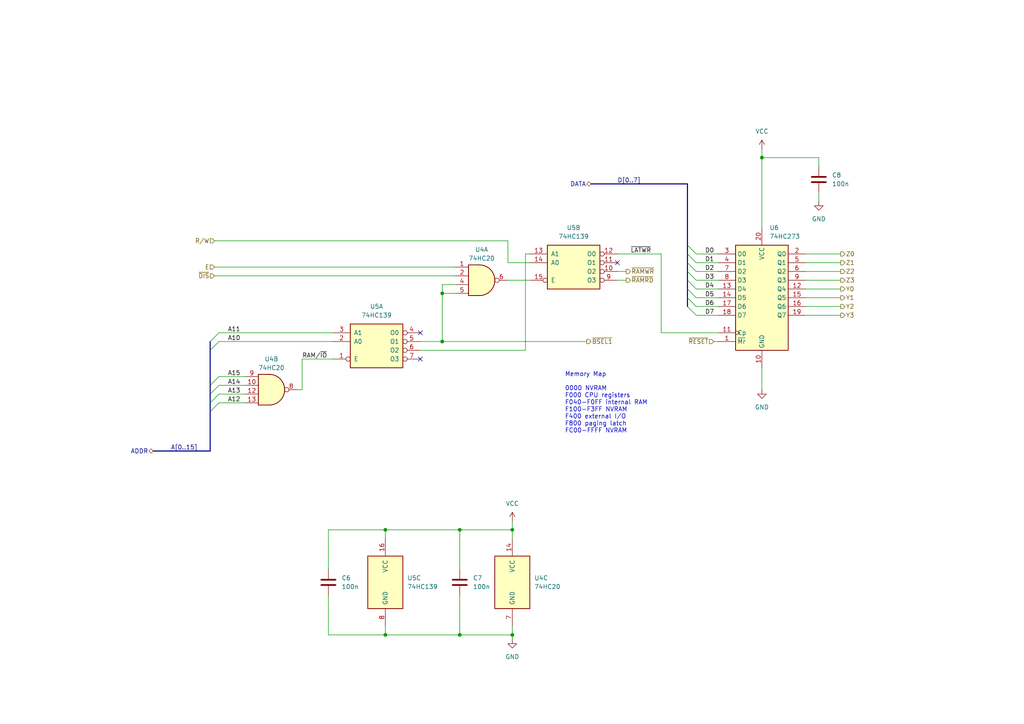
<source format=kicad_sch>
(kicad_sch
	(version 20231120)
	(generator "eeschema")
	(generator_version "8.0")
	(uuid "6e54b2b8-d9bb-4f77-8cd1-546b95446bf9")
	(paper "A4")
	(title_block
		(title "Mini11/8E Board V1.1")
	)
	(lib_symbols
		(symbol "74xx:74HC273"
			(exclude_from_sim no)
			(in_bom yes)
			(on_board yes)
			(property "Reference" "U"
				(at -7.62 16.51 0)
				(effects
					(font
						(size 1.27 1.27)
					)
				)
			)
			(property "Value" "74HC273"
				(at -7.62 -16.51 0)
				(effects
					(font
						(size 1.27 1.27)
					)
				)
			)
			(property "Footprint" ""
				(at 0 0 0)
				(effects
					(font
						(size 1.27 1.27)
					)
					(hide yes)
				)
			)
			(property "Datasheet" "https://assets.nexperia.com/documents/data-sheet/74HC_HCT273.pdf"
				(at 0 0 0)
				(effects
					(font
						(size 1.27 1.27)
					)
					(hide yes)
				)
			)
			(property "Description" "8-bit D Flip-Flop, reset"
				(at 0 0 0)
				(effects
					(font
						(size 1.27 1.27)
					)
					(hide yes)
				)
			)
			(property "ki_keywords" "HCMOS DFF DFF8"
				(at 0 0 0)
				(effects
					(font
						(size 1.27 1.27)
					)
					(hide yes)
				)
			)
			(property "ki_fp_filters" "DIP?20* SO?20* SOIC?20*"
				(at 0 0 0)
				(effects
					(font
						(size 1.27 1.27)
					)
					(hide yes)
				)
			)
			(symbol "74HC273_1_0"
				(pin input line
					(at -12.7 -12.7 0)
					(length 5.08)
					(name "~{Mr}"
						(effects
							(font
								(size 1.27 1.27)
							)
						)
					)
					(number "1"
						(effects
							(font
								(size 1.27 1.27)
							)
						)
					)
				)
				(pin power_in line
					(at 0 -20.32 90)
					(length 5.08)
					(name "GND"
						(effects
							(font
								(size 1.27 1.27)
							)
						)
					)
					(number "10"
						(effects
							(font
								(size 1.27 1.27)
							)
						)
					)
				)
				(pin input clock
					(at -12.7 -10.16 0)
					(length 5.08)
					(name "Cp"
						(effects
							(font
								(size 1.27 1.27)
							)
						)
					)
					(number "11"
						(effects
							(font
								(size 1.27 1.27)
							)
						)
					)
				)
				(pin output line
					(at 12.7 2.54 180)
					(length 5.08)
					(name "Q4"
						(effects
							(font
								(size 1.27 1.27)
							)
						)
					)
					(number "12"
						(effects
							(font
								(size 1.27 1.27)
							)
						)
					)
				)
				(pin input line
					(at -12.7 2.54 0)
					(length 5.08)
					(name "D4"
						(effects
							(font
								(size 1.27 1.27)
							)
						)
					)
					(number "13"
						(effects
							(font
								(size 1.27 1.27)
							)
						)
					)
				)
				(pin input line
					(at -12.7 0 0)
					(length 5.08)
					(name "D5"
						(effects
							(font
								(size 1.27 1.27)
							)
						)
					)
					(number "14"
						(effects
							(font
								(size 1.27 1.27)
							)
						)
					)
				)
				(pin output line
					(at 12.7 0 180)
					(length 5.08)
					(name "Q5"
						(effects
							(font
								(size 1.27 1.27)
							)
						)
					)
					(number "15"
						(effects
							(font
								(size 1.27 1.27)
							)
						)
					)
				)
				(pin output line
					(at 12.7 -2.54 180)
					(length 5.08)
					(name "Q6"
						(effects
							(font
								(size 1.27 1.27)
							)
						)
					)
					(number "16"
						(effects
							(font
								(size 1.27 1.27)
							)
						)
					)
				)
				(pin input line
					(at -12.7 -2.54 0)
					(length 5.08)
					(name "D6"
						(effects
							(font
								(size 1.27 1.27)
							)
						)
					)
					(number "17"
						(effects
							(font
								(size 1.27 1.27)
							)
						)
					)
				)
				(pin input line
					(at -12.7 -5.08 0)
					(length 5.08)
					(name "D7"
						(effects
							(font
								(size 1.27 1.27)
							)
						)
					)
					(number "18"
						(effects
							(font
								(size 1.27 1.27)
							)
						)
					)
				)
				(pin output line
					(at 12.7 -5.08 180)
					(length 5.08)
					(name "Q7"
						(effects
							(font
								(size 1.27 1.27)
							)
						)
					)
					(number "19"
						(effects
							(font
								(size 1.27 1.27)
							)
						)
					)
				)
				(pin output line
					(at 12.7 12.7 180)
					(length 5.08)
					(name "Q0"
						(effects
							(font
								(size 1.27 1.27)
							)
						)
					)
					(number "2"
						(effects
							(font
								(size 1.27 1.27)
							)
						)
					)
				)
				(pin power_in line
					(at 0 20.32 270)
					(length 5.08)
					(name "VCC"
						(effects
							(font
								(size 1.27 1.27)
							)
						)
					)
					(number "20"
						(effects
							(font
								(size 1.27 1.27)
							)
						)
					)
				)
				(pin input line
					(at -12.7 12.7 0)
					(length 5.08)
					(name "D0"
						(effects
							(font
								(size 1.27 1.27)
							)
						)
					)
					(number "3"
						(effects
							(font
								(size 1.27 1.27)
							)
						)
					)
				)
				(pin input line
					(at -12.7 10.16 0)
					(length 5.08)
					(name "D1"
						(effects
							(font
								(size 1.27 1.27)
							)
						)
					)
					(number "4"
						(effects
							(font
								(size 1.27 1.27)
							)
						)
					)
				)
				(pin output line
					(at 12.7 10.16 180)
					(length 5.08)
					(name "Q1"
						(effects
							(font
								(size 1.27 1.27)
							)
						)
					)
					(number "5"
						(effects
							(font
								(size 1.27 1.27)
							)
						)
					)
				)
				(pin output line
					(at 12.7 7.62 180)
					(length 5.08)
					(name "Q2"
						(effects
							(font
								(size 1.27 1.27)
							)
						)
					)
					(number "6"
						(effects
							(font
								(size 1.27 1.27)
							)
						)
					)
				)
				(pin input line
					(at -12.7 7.62 0)
					(length 5.08)
					(name "D2"
						(effects
							(font
								(size 1.27 1.27)
							)
						)
					)
					(number "7"
						(effects
							(font
								(size 1.27 1.27)
							)
						)
					)
				)
				(pin input line
					(at -12.7 5.08 0)
					(length 5.08)
					(name "D3"
						(effects
							(font
								(size 1.27 1.27)
							)
						)
					)
					(number "8"
						(effects
							(font
								(size 1.27 1.27)
							)
						)
					)
				)
				(pin output line
					(at 12.7 5.08 180)
					(length 5.08)
					(name "Q3"
						(effects
							(font
								(size 1.27 1.27)
							)
						)
					)
					(number "9"
						(effects
							(font
								(size 1.27 1.27)
							)
						)
					)
				)
			)
			(symbol "74HC273_1_1"
				(rectangle
					(start -7.62 15.24)
					(end 7.62 -15.24)
					(stroke
						(width 0.254)
						(type default)
					)
					(fill
						(type background)
					)
				)
			)
		)
		(symbol "74xx:74LS139"
			(pin_names
				(offset 1.016)
			)
			(exclude_from_sim no)
			(in_bom yes)
			(on_board yes)
			(property "Reference" "U"
				(at -7.62 8.89 0)
				(effects
					(font
						(size 1.27 1.27)
					)
				)
			)
			(property "Value" "74LS139"
				(at -7.62 -8.89 0)
				(effects
					(font
						(size 1.27 1.27)
					)
				)
			)
			(property "Footprint" ""
				(at 0 0 0)
				(effects
					(font
						(size 1.27 1.27)
					)
					(hide yes)
				)
			)
			(property "Datasheet" "http://www.ti.com/lit/ds/symlink/sn74ls139a.pdf"
				(at 0 0 0)
				(effects
					(font
						(size 1.27 1.27)
					)
					(hide yes)
				)
			)
			(property "Description" "Dual Decoder 1 of 4, Active low outputs"
				(at 0 0 0)
				(effects
					(font
						(size 1.27 1.27)
					)
					(hide yes)
				)
			)
			(property "ki_locked" ""
				(at 0 0 0)
				(effects
					(font
						(size 1.27 1.27)
					)
				)
			)
			(property "ki_keywords" "TTL DECOD4"
				(at 0 0 0)
				(effects
					(font
						(size 1.27 1.27)
					)
					(hide yes)
				)
			)
			(property "ki_fp_filters" "DIP?16*"
				(at 0 0 0)
				(effects
					(font
						(size 1.27 1.27)
					)
					(hide yes)
				)
			)
			(symbol "74LS139_1_0"
				(pin input inverted
					(at -12.7 -5.08 0)
					(length 5.08)
					(name "E"
						(effects
							(font
								(size 1.27 1.27)
							)
						)
					)
					(number "1"
						(effects
							(font
								(size 1.27 1.27)
							)
						)
					)
				)
				(pin input line
					(at -12.7 0 0)
					(length 5.08)
					(name "A0"
						(effects
							(font
								(size 1.27 1.27)
							)
						)
					)
					(number "2"
						(effects
							(font
								(size 1.27 1.27)
							)
						)
					)
				)
				(pin input line
					(at -12.7 2.54 0)
					(length 5.08)
					(name "A1"
						(effects
							(font
								(size 1.27 1.27)
							)
						)
					)
					(number "3"
						(effects
							(font
								(size 1.27 1.27)
							)
						)
					)
				)
				(pin output inverted
					(at 12.7 2.54 180)
					(length 5.08)
					(name "O0"
						(effects
							(font
								(size 1.27 1.27)
							)
						)
					)
					(number "4"
						(effects
							(font
								(size 1.27 1.27)
							)
						)
					)
				)
				(pin output inverted
					(at 12.7 0 180)
					(length 5.08)
					(name "O1"
						(effects
							(font
								(size 1.27 1.27)
							)
						)
					)
					(number "5"
						(effects
							(font
								(size 1.27 1.27)
							)
						)
					)
				)
				(pin output inverted
					(at 12.7 -2.54 180)
					(length 5.08)
					(name "O2"
						(effects
							(font
								(size 1.27 1.27)
							)
						)
					)
					(number "6"
						(effects
							(font
								(size 1.27 1.27)
							)
						)
					)
				)
				(pin output inverted
					(at 12.7 -5.08 180)
					(length 5.08)
					(name "O3"
						(effects
							(font
								(size 1.27 1.27)
							)
						)
					)
					(number "7"
						(effects
							(font
								(size 1.27 1.27)
							)
						)
					)
				)
			)
			(symbol "74LS139_1_1"
				(rectangle
					(start -7.62 5.08)
					(end 7.62 -7.62)
					(stroke
						(width 0.254)
						(type default)
					)
					(fill
						(type background)
					)
				)
			)
			(symbol "74LS139_2_0"
				(pin output inverted
					(at 12.7 -2.54 180)
					(length 5.08)
					(name "O2"
						(effects
							(font
								(size 1.27 1.27)
							)
						)
					)
					(number "10"
						(effects
							(font
								(size 1.27 1.27)
							)
						)
					)
				)
				(pin output inverted
					(at 12.7 0 180)
					(length 5.08)
					(name "O1"
						(effects
							(font
								(size 1.27 1.27)
							)
						)
					)
					(number "11"
						(effects
							(font
								(size 1.27 1.27)
							)
						)
					)
				)
				(pin output inverted
					(at 12.7 2.54 180)
					(length 5.08)
					(name "O0"
						(effects
							(font
								(size 1.27 1.27)
							)
						)
					)
					(number "12"
						(effects
							(font
								(size 1.27 1.27)
							)
						)
					)
				)
				(pin input line
					(at -12.7 2.54 0)
					(length 5.08)
					(name "A1"
						(effects
							(font
								(size 1.27 1.27)
							)
						)
					)
					(number "13"
						(effects
							(font
								(size 1.27 1.27)
							)
						)
					)
				)
				(pin input line
					(at -12.7 0 0)
					(length 5.08)
					(name "A0"
						(effects
							(font
								(size 1.27 1.27)
							)
						)
					)
					(number "14"
						(effects
							(font
								(size 1.27 1.27)
							)
						)
					)
				)
				(pin input inverted
					(at -12.7 -5.08 0)
					(length 5.08)
					(name "E"
						(effects
							(font
								(size 1.27 1.27)
							)
						)
					)
					(number "15"
						(effects
							(font
								(size 1.27 1.27)
							)
						)
					)
				)
				(pin output inverted
					(at 12.7 -5.08 180)
					(length 5.08)
					(name "O3"
						(effects
							(font
								(size 1.27 1.27)
							)
						)
					)
					(number "9"
						(effects
							(font
								(size 1.27 1.27)
							)
						)
					)
				)
			)
			(symbol "74LS139_2_1"
				(rectangle
					(start -7.62 5.08)
					(end 7.62 -7.62)
					(stroke
						(width 0.254)
						(type default)
					)
					(fill
						(type background)
					)
				)
			)
			(symbol "74LS139_3_0"
				(pin power_in line
					(at 0 12.7 270)
					(length 5.08)
					(name "VCC"
						(effects
							(font
								(size 1.27 1.27)
							)
						)
					)
					(number "16"
						(effects
							(font
								(size 1.27 1.27)
							)
						)
					)
				)
				(pin power_in line
					(at 0 -12.7 90)
					(length 5.08)
					(name "GND"
						(effects
							(font
								(size 1.27 1.27)
							)
						)
					)
					(number "8"
						(effects
							(font
								(size 1.27 1.27)
							)
						)
					)
				)
			)
			(symbol "74LS139_3_1"
				(rectangle
					(start -5.08 7.62)
					(end 5.08 -7.62)
					(stroke
						(width 0.254)
						(type default)
					)
					(fill
						(type background)
					)
				)
			)
		)
		(symbol "74xx:74LS20"
			(pin_names
				(offset 1.016)
			)
			(exclude_from_sim no)
			(in_bom yes)
			(on_board yes)
			(property "Reference" "U"
				(at 0 1.27 0)
				(effects
					(font
						(size 1.27 1.27)
					)
				)
			)
			(property "Value" "74LS20"
				(at 0 -1.27 0)
				(effects
					(font
						(size 1.27 1.27)
					)
				)
			)
			(property "Footprint" ""
				(at 0 0 0)
				(effects
					(font
						(size 1.27 1.27)
					)
					(hide yes)
				)
			)
			(property "Datasheet" "http://www.ti.com/lit/gpn/sn74LS20"
				(at 0 0 0)
				(effects
					(font
						(size 1.27 1.27)
					)
					(hide yes)
				)
			)
			(property "Description" "Dual 4-input NAND"
				(at 0 0 0)
				(effects
					(font
						(size 1.27 1.27)
					)
					(hide yes)
				)
			)
			(property "ki_locked" ""
				(at 0 0 0)
				(effects
					(font
						(size 1.27 1.27)
					)
				)
			)
			(property "ki_keywords" "TTL Nand4"
				(at 0 0 0)
				(effects
					(font
						(size 1.27 1.27)
					)
					(hide yes)
				)
			)
			(property "ki_fp_filters" "DIP?12*"
				(at 0 0 0)
				(effects
					(font
						(size 1.27 1.27)
					)
					(hide yes)
				)
			)
			(symbol "74LS20_1_1"
				(arc
					(start -0.635 -4.445)
					(mid 3.7907 0)
					(end -0.635 4.445)
					(stroke
						(width 0.254)
						(type default)
					)
					(fill
						(type background)
					)
				)
				(polyline
					(pts
						(xy -0.635 4.445) (xy -3.81 4.445) (xy -3.81 -4.445) (xy -0.635 -4.445)
					)
					(stroke
						(width 0.254)
						(type default)
					)
					(fill
						(type background)
					)
				)
				(pin input line
					(at -7.62 3.81 0)
					(length 3.81)
					(name "~"
						(effects
							(font
								(size 1.27 1.27)
							)
						)
					)
					(number "1"
						(effects
							(font
								(size 1.27 1.27)
							)
						)
					)
				)
				(pin input line
					(at -7.62 1.27 0)
					(length 3.81)
					(name "~"
						(effects
							(font
								(size 1.27 1.27)
							)
						)
					)
					(number "2"
						(effects
							(font
								(size 1.27 1.27)
							)
						)
					)
				)
				(pin input line
					(at -7.62 -1.27 0)
					(length 3.81)
					(name "~"
						(effects
							(font
								(size 1.27 1.27)
							)
						)
					)
					(number "4"
						(effects
							(font
								(size 1.27 1.27)
							)
						)
					)
				)
				(pin input line
					(at -7.62 -3.81 0)
					(length 3.81)
					(name "~"
						(effects
							(font
								(size 1.27 1.27)
							)
						)
					)
					(number "5"
						(effects
							(font
								(size 1.27 1.27)
							)
						)
					)
				)
				(pin output inverted
					(at 7.62 0 180)
					(length 3.81)
					(name "~"
						(effects
							(font
								(size 1.27 1.27)
							)
						)
					)
					(number "6"
						(effects
							(font
								(size 1.27 1.27)
							)
						)
					)
				)
			)
			(symbol "74LS20_1_2"
				(arc
					(start -3.81 -4.445)
					(mid -2.5908 0)
					(end -3.81 4.445)
					(stroke
						(width 0.254)
						(type default)
					)
					(fill
						(type none)
					)
				)
				(arc
					(start -0.6096 -4.445)
					(mid 2.2246 -2.8422)
					(end 3.81 0)
					(stroke
						(width 0.254)
						(type default)
					)
					(fill
						(type background)
					)
				)
				(polyline
					(pts
						(xy -3.81 -4.445) (xy -0.635 -4.445)
					)
					(stroke
						(width 0.254)
						(type default)
					)
					(fill
						(type background)
					)
				)
				(polyline
					(pts
						(xy -3.81 4.445) (xy -0.635 4.445)
					)
					(stroke
						(width 0.254)
						(type default)
					)
					(fill
						(type background)
					)
				)
				(polyline
					(pts
						(xy -0.635 4.445) (xy -3.81 4.445) (xy -3.81 4.445) (xy -3.6322 4.0894) (xy -3.0988 2.921) (xy -2.7686 1.6764)
						(xy -2.6162 0.4318) (xy -2.6416 -0.8636) (xy -2.8702 -2.1082) (xy -3.2512 -3.3274) (xy -3.81 -4.445)
						(xy -3.81 -4.445) (xy -0.635 -4.445)
					)
					(stroke
						(width -25.4)
						(type default)
					)
					(fill
						(type background)
					)
				)
				(arc
					(start 3.81 0)
					(mid 2.2204 2.8379)
					(end -0.6096 4.445)
					(stroke
						(width 0.254)
						(type default)
					)
					(fill
						(type background)
					)
				)
				(pin input inverted
					(at -7.62 3.81 0)
					(length 3.81)
					(name "~"
						(effects
							(font
								(size 1.27 1.27)
							)
						)
					)
					(number "1"
						(effects
							(font
								(size 1.27 1.27)
							)
						)
					)
				)
				(pin input inverted
					(at -7.62 1.27 0)
					(length 4.826)
					(name "~"
						(effects
							(font
								(size 1.27 1.27)
							)
						)
					)
					(number "2"
						(effects
							(font
								(size 1.27 1.27)
							)
						)
					)
				)
				(pin input inverted
					(at -7.62 -1.27 0)
					(length 4.826)
					(name "~"
						(effects
							(font
								(size 1.27 1.27)
							)
						)
					)
					(number "4"
						(effects
							(font
								(size 1.27 1.27)
							)
						)
					)
				)
				(pin input inverted
					(at -7.62 -3.81 0)
					(length 3.81)
					(name "~"
						(effects
							(font
								(size 1.27 1.27)
							)
						)
					)
					(number "5"
						(effects
							(font
								(size 1.27 1.27)
							)
						)
					)
				)
				(pin output line
					(at 7.62 0 180)
					(length 3.81)
					(name "~"
						(effects
							(font
								(size 1.27 1.27)
							)
						)
					)
					(number "6"
						(effects
							(font
								(size 1.27 1.27)
							)
						)
					)
				)
			)
			(symbol "74LS20_2_1"
				(arc
					(start -0.635 -4.445)
					(mid 3.7907 0)
					(end -0.635 4.445)
					(stroke
						(width 0.254)
						(type default)
					)
					(fill
						(type background)
					)
				)
				(polyline
					(pts
						(xy -0.635 4.445) (xy -3.81 4.445) (xy -3.81 -4.445) (xy -0.635 -4.445)
					)
					(stroke
						(width 0.254)
						(type default)
					)
					(fill
						(type background)
					)
				)
				(pin input line
					(at -7.62 1.27 0)
					(length 3.81)
					(name "~"
						(effects
							(font
								(size 1.27 1.27)
							)
						)
					)
					(number "10"
						(effects
							(font
								(size 1.27 1.27)
							)
						)
					)
				)
				(pin input line
					(at -7.62 -1.27 0)
					(length 3.81)
					(name "~"
						(effects
							(font
								(size 1.27 1.27)
							)
						)
					)
					(number "12"
						(effects
							(font
								(size 1.27 1.27)
							)
						)
					)
				)
				(pin input line
					(at -7.62 -3.81 0)
					(length 3.81)
					(name "~"
						(effects
							(font
								(size 1.27 1.27)
							)
						)
					)
					(number "13"
						(effects
							(font
								(size 1.27 1.27)
							)
						)
					)
				)
				(pin output inverted
					(at 7.62 0 180)
					(length 3.81)
					(name "~"
						(effects
							(font
								(size 1.27 1.27)
							)
						)
					)
					(number "8"
						(effects
							(font
								(size 1.27 1.27)
							)
						)
					)
				)
				(pin input line
					(at -7.62 3.81 0)
					(length 3.81)
					(name "~"
						(effects
							(font
								(size 1.27 1.27)
							)
						)
					)
					(number "9"
						(effects
							(font
								(size 1.27 1.27)
							)
						)
					)
				)
			)
			(symbol "74LS20_2_2"
				(arc
					(start -3.81 -4.445)
					(mid -2.5908 0)
					(end -3.81 4.445)
					(stroke
						(width 0.254)
						(type default)
					)
					(fill
						(type none)
					)
				)
				(arc
					(start -0.6096 -4.445)
					(mid 2.2246 -2.8422)
					(end 3.81 0)
					(stroke
						(width 0.254)
						(type default)
					)
					(fill
						(type background)
					)
				)
				(polyline
					(pts
						(xy -3.81 -4.445) (xy -0.635 -4.445)
					)
					(stroke
						(width 0.254)
						(type default)
					)
					(fill
						(type background)
					)
				)
				(polyline
					(pts
						(xy -3.81 4.445) (xy -0.635 4.445)
					)
					(stroke
						(width 0.254)
						(type default)
					)
					(fill
						(type background)
					)
				)
				(polyline
					(pts
						(xy -0.635 4.445) (xy -3.81 4.445) (xy -3.81 4.445) (xy -3.6322 4.0894) (xy -3.0988 2.921) (xy -2.7686 1.6764)
						(xy -2.6162 0.4318) (xy -2.6416 -0.8636) (xy -2.8702 -2.1082) (xy -3.2512 -3.3274) (xy -3.81 -4.445)
						(xy -3.81 -4.445) (xy -0.635 -4.445)
					)
					(stroke
						(width -25.4)
						(type default)
					)
					(fill
						(type background)
					)
				)
				(arc
					(start 3.81 0)
					(mid 2.2204 2.8379)
					(end -0.6096 4.445)
					(stroke
						(width 0.254)
						(type default)
					)
					(fill
						(type background)
					)
				)
				(pin input inverted
					(at -7.62 1.27 0)
					(length 4.826)
					(name "~"
						(effects
							(font
								(size 1.27 1.27)
							)
						)
					)
					(number "10"
						(effects
							(font
								(size 1.27 1.27)
							)
						)
					)
				)
				(pin input inverted
					(at -7.62 -1.27 0)
					(length 4.826)
					(name "~"
						(effects
							(font
								(size 1.27 1.27)
							)
						)
					)
					(number "12"
						(effects
							(font
								(size 1.27 1.27)
							)
						)
					)
				)
				(pin input inverted
					(at -7.62 -3.81 0)
					(length 3.81)
					(name "~"
						(effects
							(font
								(size 1.27 1.27)
							)
						)
					)
					(number "13"
						(effects
							(font
								(size 1.27 1.27)
							)
						)
					)
				)
				(pin output line
					(at 7.62 0 180)
					(length 3.81)
					(name "~"
						(effects
							(font
								(size 1.27 1.27)
							)
						)
					)
					(number "8"
						(effects
							(font
								(size 1.27 1.27)
							)
						)
					)
				)
				(pin input inverted
					(at -7.62 3.81 0)
					(length 3.81)
					(name "~"
						(effects
							(font
								(size 1.27 1.27)
							)
						)
					)
					(number "9"
						(effects
							(font
								(size 1.27 1.27)
							)
						)
					)
				)
			)
			(symbol "74LS20_3_0"
				(pin power_in line
					(at 0 12.7 270)
					(length 5.08)
					(name "VCC"
						(effects
							(font
								(size 1.27 1.27)
							)
						)
					)
					(number "14"
						(effects
							(font
								(size 1.27 1.27)
							)
						)
					)
				)
				(pin power_in line
					(at 0 -12.7 90)
					(length 5.08)
					(name "GND"
						(effects
							(font
								(size 1.27 1.27)
							)
						)
					)
					(number "7"
						(effects
							(font
								(size 1.27 1.27)
							)
						)
					)
				)
			)
			(symbol "74LS20_3_1"
				(rectangle
					(start -5.08 7.62)
					(end 5.08 -7.62)
					(stroke
						(width 0.254)
						(type default)
					)
					(fill
						(type background)
					)
				)
			)
		)
		(symbol "Device:C"
			(pin_numbers hide)
			(pin_names
				(offset 0.254)
			)
			(exclude_from_sim no)
			(in_bom yes)
			(on_board yes)
			(property "Reference" "C"
				(at 0.635 2.54 0)
				(effects
					(font
						(size 1.27 1.27)
					)
					(justify left)
				)
			)
			(property "Value" "C"
				(at 0.635 -2.54 0)
				(effects
					(font
						(size 1.27 1.27)
					)
					(justify left)
				)
			)
			(property "Footprint" ""
				(at 0.9652 -3.81 0)
				(effects
					(font
						(size 1.27 1.27)
					)
					(hide yes)
				)
			)
			(property "Datasheet" "~"
				(at 0 0 0)
				(effects
					(font
						(size 1.27 1.27)
					)
					(hide yes)
				)
			)
			(property "Description" "Unpolarized capacitor"
				(at 0 0 0)
				(effects
					(font
						(size 1.27 1.27)
					)
					(hide yes)
				)
			)
			(property "ki_keywords" "cap capacitor"
				(at 0 0 0)
				(effects
					(font
						(size 1.27 1.27)
					)
					(hide yes)
				)
			)
			(property "ki_fp_filters" "C_*"
				(at 0 0 0)
				(effects
					(font
						(size 1.27 1.27)
					)
					(hide yes)
				)
			)
			(symbol "C_0_1"
				(polyline
					(pts
						(xy -2.032 -0.762) (xy 2.032 -0.762)
					)
					(stroke
						(width 0.508)
						(type default)
					)
					(fill
						(type none)
					)
				)
				(polyline
					(pts
						(xy -2.032 0.762) (xy 2.032 0.762)
					)
					(stroke
						(width 0.508)
						(type default)
					)
					(fill
						(type none)
					)
				)
			)
			(symbol "C_1_1"
				(pin passive line
					(at 0 3.81 270)
					(length 2.794)
					(name "~"
						(effects
							(font
								(size 1.27 1.27)
							)
						)
					)
					(number "1"
						(effects
							(font
								(size 1.27 1.27)
							)
						)
					)
				)
				(pin passive line
					(at 0 -3.81 90)
					(length 2.794)
					(name "~"
						(effects
							(font
								(size 1.27 1.27)
							)
						)
					)
					(number "2"
						(effects
							(font
								(size 1.27 1.27)
							)
						)
					)
				)
			)
		)
		(symbol "power:GND"
			(power)
			(pin_numbers hide)
			(pin_names
				(offset 0) hide)
			(exclude_from_sim no)
			(in_bom yes)
			(on_board yes)
			(property "Reference" "#PWR"
				(at 0 -6.35 0)
				(effects
					(font
						(size 1.27 1.27)
					)
					(hide yes)
				)
			)
			(property "Value" "GND"
				(at 0 -3.81 0)
				(effects
					(font
						(size 1.27 1.27)
					)
				)
			)
			(property "Footprint" ""
				(at 0 0 0)
				(effects
					(font
						(size 1.27 1.27)
					)
					(hide yes)
				)
			)
			(property "Datasheet" ""
				(at 0 0 0)
				(effects
					(font
						(size 1.27 1.27)
					)
					(hide yes)
				)
			)
			(property "Description" "Power symbol creates a global label with name \"GND\" , ground"
				(at 0 0 0)
				(effects
					(font
						(size 1.27 1.27)
					)
					(hide yes)
				)
			)
			(property "ki_keywords" "global power"
				(at 0 0 0)
				(effects
					(font
						(size 1.27 1.27)
					)
					(hide yes)
				)
			)
			(symbol "GND_0_1"
				(polyline
					(pts
						(xy 0 0) (xy 0 -1.27) (xy 1.27 -1.27) (xy 0 -2.54) (xy -1.27 -1.27) (xy 0 -1.27)
					)
					(stroke
						(width 0)
						(type default)
					)
					(fill
						(type none)
					)
				)
			)
			(symbol "GND_1_1"
				(pin power_in line
					(at 0 0 270)
					(length 0)
					(name "~"
						(effects
							(font
								(size 1.27 1.27)
							)
						)
					)
					(number "1"
						(effects
							(font
								(size 1.27 1.27)
							)
						)
					)
				)
			)
		)
		(symbol "power:VCC"
			(power)
			(pin_numbers hide)
			(pin_names
				(offset 0) hide)
			(exclude_from_sim no)
			(in_bom yes)
			(on_board yes)
			(property "Reference" "#PWR"
				(at 0 -3.81 0)
				(effects
					(font
						(size 1.27 1.27)
					)
					(hide yes)
				)
			)
			(property "Value" "VCC"
				(at 0 3.556 0)
				(effects
					(font
						(size 1.27 1.27)
					)
				)
			)
			(property "Footprint" ""
				(at 0 0 0)
				(effects
					(font
						(size 1.27 1.27)
					)
					(hide yes)
				)
			)
			(property "Datasheet" ""
				(at 0 0 0)
				(effects
					(font
						(size 1.27 1.27)
					)
					(hide yes)
				)
			)
			(property "Description" "Power symbol creates a global label with name \"VCC\""
				(at 0 0 0)
				(effects
					(font
						(size 1.27 1.27)
					)
					(hide yes)
				)
			)
			(property "ki_keywords" "global power"
				(at 0 0 0)
				(effects
					(font
						(size 1.27 1.27)
					)
					(hide yes)
				)
			)
			(symbol "VCC_0_1"
				(polyline
					(pts
						(xy -0.762 1.27) (xy 0 2.54)
					)
					(stroke
						(width 0)
						(type default)
					)
					(fill
						(type none)
					)
				)
				(polyline
					(pts
						(xy 0 0) (xy 0 2.54)
					)
					(stroke
						(width 0)
						(type default)
					)
					(fill
						(type none)
					)
				)
				(polyline
					(pts
						(xy 0 2.54) (xy 0.762 1.27)
					)
					(stroke
						(width 0)
						(type default)
					)
					(fill
						(type none)
					)
				)
			)
			(symbol "VCC_1_1"
				(pin power_in line
					(at 0 0 90)
					(length 0)
					(name "~"
						(effects
							(font
								(size 1.27 1.27)
							)
						)
					)
					(number "1"
						(effects
							(font
								(size 1.27 1.27)
							)
						)
					)
				)
			)
		)
	)
	(junction
		(at 128.27 85.09)
		(diameter 0)
		(color 0 0 0 0)
		(uuid "2a027925-3ab7-426c-be8b-a5f62bb54deb")
	)
	(junction
		(at 128.27 99.06)
		(diameter 0)
		(color 0 0 0 0)
		(uuid "402602c0-5bad-4802-85fd-fc1312696a77")
	)
	(junction
		(at 148.59 184.15)
		(diameter 0)
		(color 0 0 0 0)
		(uuid "537d7552-d016-4ba0-89b5-1d4221cdf34a")
	)
	(junction
		(at 111.76 153.67)
		(diameter 0)
		(color 0 0 0 0)
		(uuid "6703c51d-43e1-4ab0-b930-72f1ec496c89")
	)
	(junction
		(at 111.76 184.15)
		(diameter 0)
		(color 0 0 0 0)
		(uuid "7b683b0f-88d9-4212-b737-20cf8672096d")
	)
	(junction
		(at 220.98 45.72)
		(diameter 0)
		(color 0 0 0 0)
		(uuid "abeebaf7-15e2-41f7-a241-603191de3771")
	)
	(junction
		(at 133.35 184.15)
		(diameter 0)
		(color 0 0 0 0)
		(uuid "add135a4-cf5c-465a-96f4-b2eb61ef65f1")
	)
	(junction
		(at 148.59 153.67)
		(diameter 0)
		(color 0 0 0 0)
		(uuid "c582c7f5-4774-446d-872d-517f85f3d356")
	)
	(junction
		(at 133.35 153.67)
		(diameter 0)
		(color 0 0 0 0)
		(uuid "d5fea5d2-72e7-4e26-a6a6-39c47cd059e9")
	)
	(no_connect
		(at 121.92 96.52)
		(uuid "08209d4c-6e03-42b6-b1b3-c677e65ca3e5")
	)
	(no_connect
		(at 179.07 76.2)
		(uuid "8941363e-d94a-4471-be35-f50071b95893")
	)
	(no_connect
		(at 121.92 104.14)
		(uuid "f6b0c83b-e572-410e-9155-d29abc42b668")
	)
	(bus_entry
		(at 60.96 99.06)
		(size 2.54 -2.54)
		(stroke
			(width 0)
			(type default)
		)
		(uuid "1102a6d3-994d-4819-927d-30654a3947f1")
	)
	(bus_entry
		(at 199.39 78.74)
		(size 2.54 2.54)
		(stroke
			(width 0)
			(type default)
		)
		(uuid "19dc5001-ce2c-434e-9d7f-abc1dfb789be")
	)
	(bus_entry
		(at 199.39 81.28)
		(size 2.54 2.54)
		(stroke
			(width 0)
			(type default)
		)
		(uuid "1a8e3aa0-a164-4e94-9823-e47cb618a213")
	)
	(bus_entry
		(at 199.39 83.82)
		(size 2.54 2.54)
		(stroke
			(width 0)
			(type default)
		)
		(uuid "4bc06807-e658-4876-aed0-75270909460c")
	)
	(bus_entry
		(at 60.96 116.84)
		(size 2.54 -2.54)
		(stroke
			(width 0)
			(type default)
		)
		(uuid "4d5d4e13-57c9-4950-81a2-6e484c144fda")
	)
	(bus_entry
		(at 199.39 88.9)
		(size 2.54 2.54)
		(stroke
			(width 0)
			(type default)
		)
		(uuid "53de24e4-09c0-4b4f-8ad1-26443ba00a4a")
	)
	(bus_entry
		(at 199.39 76.2)
		(size 2.54 2.54)
		(stroke
			(width 0)
			(type default)
		)
		(uuid "835dcc2e-7b11-498f-a804-f81a4b59f858")
	)
	(bus_entry
		(at 60.96 111.76)
		(size 2.54 -2.54)
		(stroke
			(width 0)
			(type default)
		)
		(uuid "909fca88-bad7-4a69-ab5d-9452e94c7bde")
	)
	(bus_entry
		(at 199.39 86.36)
		(size 2.54 2.54)
		(stroke
			(width 0)
			(type default)
		)
		(uuid "a142c06a-04d8-40f9-af4e-bb70f898fcbf")
	)
	(bus_entry
		(at 60.96 114.3)
		(size 2.54 -2.54)
		(stroke
			(width 0)
			(type default)
		)
		(uuid "c84ba8dc-0fa6-43d7-8de4-3ff2ad9dc122")
	)
	(bus_entry
		(at 199.39 73.66)
		(size 2.54 2.54)
		(stroke
			(width 0)
			(type default)
		)
		(uuid "cf16f36b-b03d-49d8-9916-a71708ca6e63")
	)
	(bus_entry
		(at 60.96 119.38)
		(size 2.54 -2.54)
		(stroke
			(width 0)
			(type default)
		)
		(uuid "d4631676-4a9c-4df8-ad50-9368fa8a62be")
	)
	(bus_entry
		(at 199.39 71.12)
		(size 2.54 2.54)
		(stroke
			(width 0)
			(type default)
		)
		(uuid "dbee3d42-58ac-4476-a3fe-406b2ccf6251")
	)
	(bus_entry
		(at 60.96 101.6)
		(size 2.54 -2.54)
		(stroke
			(width 0)
			(type default)
		)
		(uuid "fc8fe55b-8bd4-4f09-9eb2-9f2f0d168e52")
	)
	(wire
		(pts
			(xy 62.23 80.01) (xy 132.08 80.01)
		)
		(stroke
			(width 0)
			(type default)
		)
		(uuid "0565d704-5166-4571-8062-6d59a47a3aa2")
	)
	(wire
		(pts
			(xy 128.27 85.09) (xy 132.08 85.09)
		)
		(stroke
			(width 0)
			(type default)
		)
		(uuid "05acbe36-cb6d-4d1f-890d-894fb6168b5e")
	)
	(bus
		(pts
			(xy 171.45 53.34) (xy 199.39 53.34)
		)
		(stroke
			(width 0)
			(type default)
		)
		(uuid "0c0e3531-015d-4f18-b2d4-ad8d2f3a8127")
	)
	(wire
		(pts
			(xy 63.5 109.22) (xy 71.12 109.22)
		)
		(stroke
			(width 0)
			(type default)
		)
		(uuid "0efb16df-1687-4500-bf33-880594cb313e")
	)
	(wire
		(pts
			(xy 111.76 181.61) (xy 111.76 184.15)
		)
		(stroke
			(width 0)
			(type default)
		)
		(uuid "0f219b23-0d0b-401b-aa77-2a74c3b250c2")
	)
	(wire
		(pts
			(xy 63.5 96.52) (xy 96.52 96.52)
		)
		(stroke
			(width 0)
			(type default)
		)
		(uuid "1272c61c-701f-4e62-8f7b-e29251447a0d")
	)
	(wire
		(pts
			(xy 147.32 69.85) (xy 147.32 76.2)
		)
		(stroke
			(width 0)
			(type default)
		)
		(uuid "13273332-a817-4c0d-b349-6967955932ce")
	)
	(wire
		(pts
			(xy 87.63 113.03) (xy 87.63 104.14)
		)
		(stroke
			(width 0)
			(type default)
		)
		(uuid "16b0b296-7972-44d7-886f-81b5eefe54f8")
	)
	(wire
		(pts
			(xy 133.35 153.67) (xy 148.59 153.67)
		)
		(stroke
			(width 0)
			(type default)
		)
		(uuid "1798494d-f4ab-4f11-bd77-ec06c20f6e5b")
	)
	(bus
		(pts
			(xy 199.39 78.74) (xy 199.39 81.28)
		)
		(stroke
			(width 0)
			(type default)
		)
		(uuid "1926fe87-637d-473c-899b-88614b37a8c0")
	)
	(wire
		(pts
			(xy 243.84 73.66) (xy 233.68 73.66)
		)
		(stroke
			(width 0)
			(type default)
		)
		(uuid "1adf8778-8d75-4b7f-845e-62a083696b2a")
	)
	(wire
		(pts
			(xy 62.23 77.47) (xy 132.08 77.47)
		)
		(stroke
			(width 0)
			(type default)
		)
		(uuid "23d373cf-bffe-4913-8c93-e451fa5f12e8")
	)
	(bus
		(pts
			(xy 199.39 83.82) (xy 199.39 81.28)
		)
		(stroke
			(width 0)
			(type default)
		)
		(uuid "243e7e64-98a8-4679-a45d-649a1f00a87b")
	)
	(bus
		(pts
			(xy 199.39 78.74) (xy 199.39 76.2)
		)
		(stroke
			(width 0)
			(type default)
		)
		(uuid "2a42a6b0-6037-4eb3-b055-5a4e2ebeb794")
	)
	(wire
		(pts
			(xy 63.5 116.84) (xy 71.12 116.84)
		)
		(stroke
			(width 0)
			(type default)
		)
		(uuid "2a587cf9-981e-4810-8e42-bf767115c37e")
	)
	(wire
		(pts
			(xy 147.32 69.85) (xy 62.23 69.85)
		)
		(stroke
			(width 0)
			(type default)
		)
		(uuid "2c12f0eb-6b0c-40b9-9e1b-8c68e5beab6b")
	)
	(wire
		(pts
			(xy 111.76 153.67) (xy 133.35 153.67)
		)
		(stroke
			(width 0)
			(type default)
		)
		(uuid "2d0f5a97-614f-4965-a740-6a1fcc306ed2")
	)
	(wire
		(pts
			(xy 220.98 106.68) (xy 220.98 113.03)
		)
		(stroke
			(width 0)
			(type default)
		)
		(uuid "3039053e-0b29-4f50-bd85-f40236958695")
	)
	(bus
		(pts
			(xy 199.39 76.2) (xy 199.39 73.66)
		)
		(stroke
			(width 0)
			(type default)
		)
		(uuid "34db4ba2-954c-42fc-bfbe-516f83e57f51")
	)
	(bus
		(pts
			(xy 60.96 119.38) (xy 60.96 130.81)
		)
		(stroke
			(width 0)
			(type default)
		)
		(uuid "3a7b0f2a-7ece-48e3-8b00-58afd475153c")
	)
	(wire
		(pts
			(xy 128.27 82.55) (xy 128.27 85.09)
		)
		(stroke
			(width 0)
			(type default)
		)
		(uuid "3c8f37c4-3a53-4812-a25b-aaa337ca6b95")
	)
	(wire
		(pts
			(xy 243.84 78.74) (xy 233.68 78.74)
		)
		(stroke
			(width 0)
			(type default)
		)
		(uuid "3e97ca96-a5b5-428f-b6a1-e7ecba243a5a")
	)
	(wire
		(pts
			(xy 243.84 81.28) (xy 233.68 81.28)
		)
		(stroke
			(width 0)
			(type default)
		)
		(uuid "4334a8b2-a785-4442-be95-f5a20e0ad9d2")
	)
	(wire
		(pts
			(xy 237.49 45.72) (xy 220.98 45.72)
		)
		(stroke
			(width 0)
			(type default)
		)
		(uuid "43eb05d0-6937-4143-a128-e47479545688")
	)
	(wire
		(pts
			(xy 152.4 73.66) (xy 153.67 73.66)
		)
		(stroke
			(width 0)
			(type default)
		)
		(uuid "4b8edfc4-8186-48c9-9a49-426223fc2e7d")
	)
	(wire
		(pts
			(xy 201.93 73.66) (xy 208.28 73.66)
		)
		(stroke
			(width 0)
			(type default)
		)
		(uuid "528c65dc-b545-4d25-8c88-2016060024b4")
	)
	(wire
		(pts
			(xy 63.5 99.06) (xy 96.52 99.06)
		)
		(stroke
			(width 0)
			(type default)
		)
		(uuid "536d45e7-8a23-4268-9478-4159beef5231")
	)
	(wire
		(pts
			(xy 179.07 78.74) (xy 181.61 78.74)
		)
		(stroke
			(width 0)
			(type default)
		)
		(uuid "53816a73-85f1-4327-80a4-a6a1ce2eee8b")
	)
	(wire
		(pts
			(xy 201.93 86.36) (xy 208.28 86.36)
		)
		(stroke
			(width 0)
			(type default)
		)
		(uuid "5917a290-5791-440d-aa05-297679be81bd")
	)
	(wire
		(pts
			(xy 233.68 83.82) (xy 243.84 83.82)
		)
		(stroke
			(width 0)
			(type default)
		)
		(uuid "59c37743-32df-486f-8be8-9d12a49c30ab")
	)
	(bus
		(pts
			(xy 60.96 101.6) (xy 60.96 111.76)
		)
		(stroke
			(width 0)
			(type default)
		)
		(uuid "5a8f09b6-03d1-4e0a-8f50-bf2ddfe6e69c")
	)
	(wire
		(pts
			(xy 237.49 55.88) (xy 237.49 58.42)
		)
		(stroke
			(width 0)
			(type default)
		)
		(uuid "5b8584df-7eb6-4970-9903-cc73a525c865")
	)
	(wire
		(pts
			(xy 191.77 73.66) (xy 179.07 73.66)
		)
		(stroke
			(width 0)
			(type default)
		)
		(uuid "5ff36ff6-8dc9-4d91-b52e-2fd1b38ad980")
	)
	(wire
		(pts
			(xy 201.93 81.28) (xy 208.28 81.28)
		)
		(stroke
			(width 0)
			(type default)
		)
		(uuid "6017e8a4-ff80-482a-82cc-17d4143314fa")
	)
	(wire
		(pts
			(xy 233.68 91.44) (xy 243.84 91.44)
		)
		(stroke
			(width 0)
			(type default)
		)
		(uuid "6168e078-53a6-40cb-8400-d0ee14480459")
	)
	(wire
		(pts
			(xy 201.93 76.2) (xy 208.28 76.2)
		)
		(stroke
			(width 0)
			(type default)
		)
		(uuid "62f58d50-e5ca-4edc-a3d8-8f2243bf2e7a")
	)
	(bus
		(pts
			(xy 199.39 71.12) (xy 199.39 53.34)
		)
		(stroke
			(width 0)
			(type default)
		)
		(uuid "6f4f68ad-8109-400b-aa4f-13a632560616")
	)
	(wire
		(pts
			(xy 148.59 184.15) (xy 148.59 181.61)
		)
		(stroke
			(width 0)
			(type default)
		)
		(uuid "73225962-c43c-435e-bcc6-3f0109c923f8")
	)
	(wire
		(pts
			(xy 95.25 153.67) (xy 111.76 153.67)
		)
		(stroke
			(width 0)
			(type default)
		)
		(uuid "7f1b7cc5-93e0-4c95-b0d9-32392566ee4c")
	)
	(wire
		(pts
			(xy 87.63 104.14) (xy 96.52 104.14)
		)
		(stroke
			(width 0)
			(type default)
		)
		(uuid "80f9bbf6-97d3-4b53-a588-aab2e02ea6e4")
	)
	(wire
		(pts
			(xy 121.92 99.06) (xy 128.27 99.06)
		)
		(stroke
			(width 0)
			(type default)
		)
		(uuid "834e0ac0-e419-4420-800f-887ce4866630")
	)
	(wire
		(pts
			(xy 201.93 91.44) (xy 208.28 91.44)
		)
		(stroke
			(width 0)
			(type default)
		)
		(uuid "89b19b0e-5440-4311-b141-691ef5f7a1bf")
	)
	(wire
		(pts
			(xy 243.84 76.2) (xy 233.68 76.2)
		)
		(stroke
			(width 0)
			(type default)
		)
		(uuid "8a6b8e8d-d899-4daf-b72a-cbd38050f071")
	)
	(wire
		(pts
			(xy 133.35 153.67) (xy 133.35 165.1)
		)
		(stroke
			(width 0)
			(type default)
		)
		(uuid "8cc5ec6d-3d99-4040-8cb8-baa1bfc625a5")
	)
	(wire
		(pts
			(xy 133.35 184.15) (xy 148.59 184.15)
		)
		(stroke
			(width 0)
			(type default)
		)
		(uuid "8cfc6376-797c-4fd5-b900-b0bbc63bb342")
	)
	(wire
		(pts
			(xy 233.68 88.9) (xy 243.84 88.9)
		)
		(stroke
			(width 0)
			(type default)
		)
		(uuid "8d98975a-2520-4240-af16-d2cf1703bc08")
	)
	(wire
		(pts
			(xy 95.25 172.72) (xy 95.25 184.15)
		)
		(stroke
			(width 0)
			(type default)
		)
		(uuid "91752264-06a9-4806-b839-0914643e8f4e")
	)
	(bus
		(pts
			(xy 199.39 86.36) (xy 199.39 83.82)
		)
		(stroke
			(width 0)
			(type default)
		)
		(uuid "92b91e30-c4d6-4144-9470-87ffb6713de8")
	)
	(wire
		(pts
			(xy 128.27 99.06) (xy 170.18 99.06)
		)
		(stroke
			(width 0)
			(type default)
		)
		(uuid "92c45028-81db-4009-a4a9-00de5a882a3c")
	)
	(wire
		(pts
			(xy 111.76 184.15) (xy 133.35 184.15)
		)
		(stroke
			(width 0)
			(type default)
		)
		(uuid "96e25d50-02a0-40f2-91e1-cbfb071eaa00")
	)
	(wire
		(pts
			(xy 233.68 86.36) (xy 243.84 86.36)
		)
		(stroke
			(width 0)
			(type default)
		)
		(uuid "9929d3af-c976-4d3f-9cb9-45401126f0ed")
	)
	(bus
		(pts
			(xy 199.39 73.66) (xy 199.39 71.12)
		)
		(stroke
			(width 0)
			(type default)
		)
		(uuid "9aacee02-2f6d-4890-984f-dc9adf6b5f04")
	)
	(wire
		(pts
			(xy 220.98 43.18) (xy 220.98 45.72)
		)
		(stroke
			(width 0)
			(type default)
		)
		(uuid "9f2035bd-3c06-47aa-a0f7-7686599fdf0b")
	)
	(wire
		(pts
			(xy 191.77 96.52) (xy 191.77 73.66)
		)
		(stroke
			(width 0)
			(type default)
		)
		(uuid "9ff291c5-613c-41d7-958c-b98f5b6fc110")
	)
	(wire
		(pts
			(xy 111.76 153.67) (xy 111.76 156.21)
		)
		(stroke
			(width 0)
			(type default)
		)
		(uuid "a112e5ea-3626-4370-93ea-5d3542a145e8")
	)
	(wire
		(pts
			(xy 133.35 172.72) (xy 133.35 184.15)
		)
		(stroke
			(width 0)
			(type default)
		)
		(uuid "a4515b8b-8a9d-4f53-b92c-491262eb1863")
	)
	(wire
		(pts
			(xy 63.5 114.3) (xy 71.12 114.3)
		)
		(stroke
			(width 0)
			(type default)
		)
		(uuid "a51198c5-70c0-4ed4-a600-f894539f2091")
	)
	(wire
		(pts
			(xy 147.32 81.28) (xy 153.67 81.28)
		)
		(stroke
			(width 0)
			(type default)
		)
		(uuid "a9c5c4c7-8ba1-4c9c-990a-1036cb04374f")
	)
	(wire
		(pts
			(xy 237.49 48.26) (xy 237.49 45.72)
		)
		(stroke
			(width 0)
			(type default)
		)
		(uuid "a9f14bb7-e80e-4747-b1bb-94d5afa414dd")
	)
	(wire
		(pts
			(xy 148.59 185.42) (xy 148.59 184.15)
		)
		(stroke
			(width 0)
			(type default)
		)
		(uuid "b3713627-f6b4-4fec-b545-c80537e4920e")
	)
	(wire
		(pts
			(xy 128.27 82.55) (xy 132.08 82.55)
		)
		(stroke
			(width 0)
			(type default)
		)
		(uuid "b65d7c39-51c9-48de-8b72-a18b36ef7e24")
	)
	(bus
		(pts
			(xy 60.96 116.84) (xy 60.96 119.38)
		)
		(stroke
			(width 0)
			(type default)
		)
		(uuid "b81afd85-137c-406d-b7e6-768a94ab01a7")
	)
	(bus
		(pts
			(xy 60.96 99.06) (xy 60.96 101.6)
		)
		(stroke
			(width 0)
			(type default)
		)
		(uuid "bad22f5e-4619-415d-b047-269aa24839d3")
	)
	(wire
		(pts
			(xy 86.36 113.03) (xy 87.63 113.03)
		)
		(stroke
			(width 0)
			(type default)
		)
		(uuid "bb6aa651-004c-400f-870e-f3879376fe77")
	)
	(wire
		(pts
			(xy 95.25 184.15) (xy 111.76 184.15)
		)
		(stroke
			(width 0)
			(type default)
		)
		(uuid "bc393d04-6590-4a55-a918-20a777b8ddef")
	)
	(wire
		(pts
			(xy 201.93 78.74) (xy 208.28 78.74)
		)
		(stroke
			(width 0)
			(type default)
		)
		(uuid "bc6400c5-f048-4338-84d8-230b0b20fb7d")
	)
	(wire
		(pts
			(xy 208.28 99.06) (xy 207.01 99.06)
		)
		(stroke
			(width 0)
			(type default)
		)
		(uuid "c4cacd3c-9f13-466e-a837-514f53f5fa85")
	)
	(wire
		(pts
			(xy 220.98 45.72) (xy 220.98 66.04)
		)
		(stroke
			(width 0)
			(type default)
		)
		(uuid "c875501a-60c1-4cab-84d2-7338bb921eac")
	)
	(wire
		(pts
			(xy 128.27 85.09) (xy 128.27 99.06)
		)
		(stroke
			(width 0)
			(type default)
		)
		(uuid "c9339f4d-c576-4d61-8308-b8acb672d908")
	)
	(wire
		(pts
			(xy 147.32 76.2) (xy 153.67 76.2)
		)
		(stroke
			(width 0)
			(type default)
		)
		(uuid "cac87da9-956e-40ca-8338-bc97fabaac6f")
	)
	(wire
		(pts
			(xy 201.93 83.82) (xy 208.28 83.82)
		)
		(stroke
			(width 0)
			(type default)
		)
		(uuid "cb887fe6-4bc8-4e00-872d-5d01e0d185d5")
	)
	(wire
		(pts
			(xy 63.5 111.76) (xy 71.12 111.76)
		)
		(stroke
			(width 0)
			(type default)
		)
		(uuid "d0393e19-7941-4327-9b7d-8d70a71edae3")
	)
	(bus
		(pts
			(xy 44.45 130.81) (xy 60.96 130.81)
		)
		(stroke
			(width 0)
			(type default)
		)
		(uuid "da7fe7d0-86a1-4202-8d83-c4a5bf706c32")
	)
	(wire
		(pts
			(xy 121.92 101.6) (xy 152.4 101.6)
		)
		(stroke
			(width 0)
			(type default)
		)
		(uuid "dbdafbdb-9ad6-4561-8102-be1752ff7284")
	)
	(wire
		(pts
			(xy 148.59 151.13) (xy 148.59 153.67)
		)
		(stroke
			(width 0)
			(type default)
		)
		(uuid "dc65e84c-3bc5-4d50-8e84-de917bdf1866")
	)
	(bus
		(pts
			(xy 199.39 88.9) (xy 199.39 86.36)
		)
		(stroke
			(width 0)
			(type default)
		)
		(uuid "ded84cee-4566-4d40-848f-1467ff6ad4ba")
	)
	(wire
		(pts
			(xy 201.93 88.9) (xy 208.28 88.9)
		)
		(stroke
			(width 0)
			(type default)
		)
		(uuid "e1fc62f1-6fac-40e1-bf72-d8bcf234d069")
	)
	(wire
		(pts
			(xy 95.25 153.67) (xy 95.25 165.1)
		)
		(stroke
			(width 0)
			(type default)
		)
		(uuid "eb2996c4-9977-4d7e-99a9-7e90d4ae4f4b")
	)
	(wire
		(pts
			(xy 179.07 81.28) (xy 181.61 81.28)
		)
		(stroke
			(width 0)
			(type default)
		)
		(uuid "ecd120a9-104c-4d90-ba47-285c1a991a1a")
	)
	(wire
		(pts
			(xy 191.77 96.52) (xy 208.28 96.52)
		)
		(stroke
			(width 0)
			(type default)
		)
		(uuid "f4a7b109-dc2d-45dd-ae72-3cd0c3c277b4")
	)
	(wire
		(pts
			(xy 152.4 101.6) (xy 152.4 73.66)
		)
		(stroke
			(width 0)
			(type default)
		)
		(uuid "f5fcb54e-63a6-4624-a534-11d7f459cc8e")
	)
	(bus
		(pts
			(xy 60.96 114.3) (xy 60.96 116.84)
		)
		(stroke
			(width 0)
			(type default)
		)
		(uuid "f70db65b-59a2-45e0-a922-230ab4f2cef2")
	)
	(wire
		(pts
			(xy 148.59 153.67) (xy 148.59 156.21)
		)
		(stroke
			(width 0)
			(type default)
		)
		(uuid "fb43b351-a55f-41b6-90ac-b533028b65c6")
	)
	(bus
		(pts
			(xy 60.96 111.76) (xy 60.96 114.3)
		)
		(stroke
			(width 0)
			(type default)
		)
		(uuid "fb7f2285-01ed-429f-a65b-33b5bdbf4c2b")
	)
	(text "Memory Map\n\n0000 NVRAM\nF000 CPU registers\nF040-F0FF internal RAM\nF100-F3FF NVRAM\nF400 external I/O\nF800 paging latch\nFC00-FFFF NVRAM\n"
		(exclude_from_sim no)
		(at 163.83 116.84 0)
		(effects
			(font
				(size 1.27 1.27)
			)
			(justify left)
		)
		(uuid "f1c8d872-37f3-49bd-80e8-d2208e983e95")
	)
	(label "D2"
		(at 204.47 78.74 0)
		(fields_autoplaced yes)
		(effects
			(font
				(size 1.27 1.27)
			)
			(justify left bottom)
		)
		(uuid "1cb75913-b957-4401-b8ab-bb7c06f04093")
	)
	(label "D3"
		(at 204.47 81.28 0)
		(fields_autoplaced yes)
		(effects
			(font
				(size 1.27 1.27)
			)
			(justify left bottom)
		)
		(uuid "2078688b-c2ab-4baa-82c8-86b0d558d886")
	)
	(label "A15"
		(at 66.04 109.22 0)
		(fields_autoplaced yes)
		(effects
			(font
				(size 1.27 1.27)
			)
			(justify left bottom)
		)
		(uuid "20ea12f7-f0b4-4b12-8792-ed3f3e41064e")
	)
	(label "D1"
		(at 204.47 76.2 0)
		(fields_autoplaced yes)
		(effects
			(font
				(size 1.27 1.27)
			)
			(justify left bottom)
		)
		(uuid "416ff09b-2bc3-4fde-8c8b-2e165661b585")
	)
	(label "D6"
		(at 204.47 88.9 0)
		(fields_autoplaced yes)
		(effects
			(font
				(size 1.27 1.27)
			)
			(justify left bottom)
		)
		(uuid "45bfbd69-f7f9-4b25-97a1-cd51695a357e")
	)
	(label "D5"
		(at 204.47 86.36 0)
		(fields_autoplaced yes)
		(effects
			(font
				(size 1.27 1.27)
			)
			(justify left bottom)
		)
		(uuid "4626eeb2-5529-4c75-bd5c-f0a64c514d69")
	)
	(label "D7"
		(at 204.47 91.44 0)
		(fields_autoplaced yes)
		(effects
			(font
				(size 1.27 1.27)
			)
			(justify left bottom)
		)
		(uuid "4d62a4f3-6e17-419d-ba84-9bfe5322c3c7")
	)
	(label "D0"
		(at 204.47 73.66 0)
		(fields_autoplaced yes)
		(effects
			(font
				(size 1.27 1.27)
			)
			(justify left bottom)
		)
		(uuid "58539c62-3098-407c-8904-4264f03d5688")
	)
	(label "D4"
		(at 204.47 83.82 0)
		(fields_autoplaced yes)
		(effects
			(font
				(size 1.27 1.27)
			)
			(justify left bottom)
		)
		(uuid "874958db-ef50-4ee5-8d31-cef814abd7fa")
	)
	(label "A11"
		(at 66.04 96.52 0)
		(fields_autoplaced yes)
		(effects
			(font
				(size 1.27 1.27)
			)
			(justify left bottom)
		)
		(uuid "88066b20-9b80-4b52-b224-3d70e02d7353")
	)
	(label "A12"
		(at 66.04 116.84 0)
		(fields_autoplaced yes)
		(effects
			(font
				(size 1.27 1.27)
			)
			(justify left bottom)
		)
		(uuid "a4fa17e7-629e-4ae3-9a2f-1da0e1e8b09c")
	)
	(label "~{LATWR}"
		(at 182.88 73.66 0)
		(fields_autoplaced yes)
		(effects
			(font
				(size 1.27 1.27)
			)
			(justify left bottom)
		)
		(uuid "a583067c-af96-41bb-8184-fec1fdcd1c82")
	)
	(label "RAM{slash}~{IO}"
		(at 87.63 104.14 0)
		(fields_autoplaced yes)
		(effects
			(font
				(size 1.27 1.27)
			)
			(justify left bottom)
		)
		(uuid "a63ffd6b-db47-4ca5-bf92-ff4c79ecb044")
	)
	(label "A13"
		(at 66.04 114.3 0)
		(fields_autoplaced yes)
		(effects
			(font
				(size 1.27 1.27)
			)
			(justify left bottom)
		)
		(uuid "afaa1e64-b7f0-4ecb-a0cc-8aeeecb6715d")
	)
	(label "A[0..15]"
		(at 49.53 130.81 0)
		(fields_autoplaced yes)
		(effects
			(font
				(size 1.27 1.27)
			)
			(justify left bottom)
		)
		(uuid "c11e6ec6-fd18-446a-a3ac-9666e111ab07")
	)
	(label "A10"
		(at 66.04 99.06 0)
		(fields_autoplaced yes)
		(effects
			(font
				(size 1.27 1.27)
			)
			(justify left bottom)
		)
		(uuid "db3b943f-af61-4845-9613-7f63750c0d91")
	)
	(label "A14"
		(at 66.04 111.76 0)
		(fields_autoplaced yes)
		(effects
			(font
				(size 1.27 1.27)
			)
			(justify left bottom)
		)
		(uuid "f8d2f24d-fad7-400c-ba43-992e4ca1dd6c")
	)
	(label "D[0..7]"
		(at 179.07 53.34 0)
		(fields_autoplaced yes)
		(effects
			(font
				(size 1.27 1.27)
			)
			(justify left bottom)
		)
		(uuid "fd31a5c3-b0b2-49d4-b5da-f42965ad1e27")
	)
	(hierarchical_label "~{RESET}"
		(shape input)
		(at 207.01 99.06 180)
		(fields_autoplaced yes)
		(effects
			(font
				(size 1.27 1.27)
			)
			(justify right)
		)
		(uuid "04146357-2a79-4676-a63c-eb5ebaa0e0c6")
	)
	(hierarchical_label "E"
		(shape input)
		(at 62.23 77.47 180)
		(fields_autoplaced yes)
		(effects
			(font
				(size 1.27 1.27)
			)
			(justify right)
		)
		(uuid "07d92e70-e743-48d5-8c42-b002438ffb64")
	)
	(hierarchical_label "Z1"
		(shape output)
		(at 243.84 76.2 0)
		(fields_autoplaced yes)
		(effects
			(font
				(size 1.27 1.27)
			)
			(justify left)
		)
		(uuid "3ad72e2a-04d9-4e58-add9-d4d322f7a171")
	)
	(hierarchical_label "~{BSEL1}"
		(shape output)
		(at 170.18 99.06 0)
		(fields_autoplaced yes)
		(effects
			(font
				(size 1.27 1.27)
			)
			(justify left)
		)
		(uuid "3c520b70-7e0e-43a9-8f44-339ec61dda0c")
	)
	(hierarchical_label "R{slash}W"
		(shape input)
		(at 62.23 69.85 180)
		(fields_autoplaced yes)
		(effects
			(font
				(size 1.27 1.27)
			)
			(justify right)
		)
		(uuid "43115525-ee35-4ecc-97bf-57c565adb842")
	)
	(hierarchical_label "~{RAMRD}"
		(shape output)
		(at 181.61 81.28 0)
		(fields_autoplaced yes)
		(effects
			(font
				(size 1.27 1.27)
			)
			(justify left)
		)
		(uuid "49f465ac-522c-419b-9f10-b6ba198d5c36")
	)
	(hierarchical_label "~{DIS}"
		(shape input)
		(at 62.23 80.01 180)
		(fields_autoplaced yes)
		(effects
			(font
				(size 1.27 1.27)
			)
			(justify right)
		)
		(uuid "66e43ba0-a341-4aac-90b4-6eb986dd363a")
	)
	(hierarchical_label "Z2"
		(shape output)
		(at 243.84 78.74 0)
		(fields_autoplaced yes)
		(effects
			(font
				(size 1.27 1.27)
			)
			(justify left)
		)
		(uuid "6c04db3a-22db-4d70-9db5-7ecc84a93fac")
	)
	(hierarchical_label "~{RAMWR}"
		(shape output)
		(at 181.61 78.74 0)
		(fields_autoplaced yes)
		(effects
			(font
				(size 1.27 1.27)
			)
			(justify left)
		)
		(uuid "719f7624-27d2-4033-8b22-4f0460d73d5d")
	)
	(hierarchical_label "Y3"
		(shape output)
		(at 243.84 91.44 0)
		(fields_autoplaced yes)
		(effects
			(font
				(size 1.27 1.27)
			)
			(justify left)
		)
		(uuid "bda48eab-4e91-45c1-8d4c-50cad8f806df")
	)
	(hierarchical_label "Y2"
		(shape output)
		(at 243.84 88.9 0)
		(fields_autoplaced yes)
		(effects
			(font
				(size 1.27 1.27)
			)
			(justify left)
		)
		(uuid "cd20eaa6-c944-4ea2-a16c-4d8868d21c30")
	)
	(hierarchical_label "Z3"
		(shape output)
		(at 243.84 81.28 0)
		(fields_autoplaced yes)
		(effects
			(font
				(size 1.27 1.27)
			)
			(justify left)
		)
		(uuid "e3da69b2-c5e8-4264-b3f6-9f96be350930")
	)
	(hierarchical_label "Y1"
		(shape output)
		(at 243.84 86.36 0)
		(fields_autoplaced yes)
		(effects
			(font
				(size 1.27 1.27)
			)
			(justify left)
		)
		(uuid "e82f6624-2f02-4d5e-b930-50837b6e9a6e")
	)
	(hierarchical_label "Z0"
		(shape output)
		(at 243.84 73.66 0)
		(fields_autoplaced yes)
		(effects
			(font
				(size 1.27 1.27)
			)
			(justify left)
		)
		(uuid "f0ae3529-8e31-4959-a6d2-2180c4237a68")
	)
	(hierarchical_label "DATA"
		(shape bidirectional)
		(at 171.45 53.34 180)
		(fields_autoplaced yes)
		(effects
			(font
				(size 1.27 1.27)
			)
			(justify right)
		)
		(uuid "f81d53e5-dd19-401c-a95a-e6bdddc3ac95")
	)
	(hierarchical_label "ADDR"
		(shape bidirectional)
		(at 44.45 130.81 180)
		(fields_autoplaced yes)
		(effects
			(font
				(size 1.27 1.27)
			)
			(justify right)
		)
		(uuid "faf8bf3e-2480-4b64-a45b-6172bef8d626")
	)
	(hierarchical_label "Y0"
		(shape output)
		(at 243.84 83.82 0)
		(fields_autoplaced yes)
		(effects
			(font
				(size 1.27 1.27)
			)
			(justify left)
		)
		(uuid "ffe1f972-e7b1-4010-98dc-7366cdc983ef")
	)
	(symbol
		(lib_id "74xx:74LS20")
		(at 148.59 168.91 0)
		(unit 3)
		(exclude_from_sim no)
		(in_bom yes)
		(on_board yes)
		(dnp no)
		(fields_autoplaced yes)
		(uuid "12996e8e-625f-40e8-8bfa-00eed390ec23")
		(property "Reference" "U4"
			(at 154.94 167.6399 0)
			(effects
				(font
					(size 1.27 1.27)
				)
				(justify left)
			)
		)
		(property "Value" "74HC20"
			(at 154.94 170.1799 0)
			(effects
				(font
					(size 1.27 1.27)
				)
				(justify left)
			)
		)
		(property "Footprint" "Package_SO:SO-14_3.9x8.65mm_P1.27mm"
			(at 148.59 168.91 0)
			(effects
				(font
					(size 1.27 1.27)
				)
				(hide yes)
			)
		)
		(property "Datasheet" "http://www.ti.com/lit/gpn/sn74LS20"
			(at 148.59 168.91 0)
			(effects
				(font
					(size 1.27 1.27)
				)
				(hide yes)
			)
		)
		(property "Description" "Dual 4-input NAND"
			(at 148.59 168.91 0)
			(effects
				(font
					(size 1.27 1.27)
				)
				(hide yes)
			)
		)
		(pin "10"
			(uuid "09f1c6cf-b816-4dea-8db5-f813785a71f8")
		)
		(pin "9"
			(uuid "b0851d0c-5526-409c-bfce-854bc32aa0d9")
		)
		(pin "4"
			(uuid "8b3c7a12-8b3e-4a33-920d-d5230d8d1fff")
		)
		(pin "13"
			(uuid "8a071edd-79af-4597-ace9-f4b8be061b4d")
		)
		(pin "14"
			(uuid "72e93275-54f5-467b-961b-6388fec0e4ca")
		)
		(pin "12"
			(uuid "da383a21-cc16-4cd6-9606-b6693ea2d101")
		)
		(pin "1"
			(uuid "78fb9371-b9fa-45b2-9258-3b413dccf91c")
		)
		(pin "8"
			(uuid "1a714018-d062-46c4-9868-3d504d40ca8e")
		)
		(pin "2"
			(uuid "f821e2c2-aff6-4a12-ab63-84c8d55d4916")
		)
		(pin "6"
			(uuid "38d390b4-fca8-4b3d-aca1-75098ff09333")
		)
		(pin "7"
			(uuid "bde70fef-df6b-4016-90e8-3b300a7a65a8")
		)
		(pin "5"
			(uuid "47dfc6a8-81be-4913-b057-4473a7cfd2cd")
		)
		(instances
			(project "m8"
				(path "/3e8d381f-0d29-4cd1-adc6-483261ac8509/87d5246f-0cd2-4b4d-b63e-86003ced3fae"
					(reference "U4")
					(unit 3)
				)
			)
		)
	)
	(symbol
		(lib_id "Device:C")
		(at 95.25 168.91 0)
		(unit 1)
		(exclude_from_sim no)
		(in_bom yes)
		(on_board yes)
		(dnp no)
		(fields_autoplaced yes)
		(uuid "27d1183e-cdb0-4478-ac41-c58db09bf98f")
		(property "Reference" "C6"
			(at 99.06 167.6399 0)
			(effects
				(font
					(size 1.27 1.27)
				)
				(justify left)
			)
		)
		(property "Value" "100n"
			(at 99.06 170.1799 0)
			(effects
				(font
					(size 1.27 1.27)
				)
				(justify left)
			)
		)
		(property "Footprint" "Capacitor_SMD:C_0603_1608Metric"
			(at 96.2152 172.72 0)
			(effects
				(font
					(size 1.27 1.27)
				)
				(hide yes)
			)
		)
		(property "Datasheet" "~"
			(at 95.25 168.91 0)
			(effects
				(font
					(size 1.27 1.27)
				)
				(hide yes)
			)
		)
		(property "Description" "Unpolarized capacitor"
			(at 95.25 168.91 0)
			(effects
				(font
					(size 1.27 1.27)
				)
				(hide yes)
			)
		)
		(pin "1"
			(uuid "c84227b9-f24f-42ac-a971-e11d0fc3dc57")
		)
		(pin "2"
			(uuid "cd7f2b5c-b266-49ed-af00-604b90091d49")
		)
		(instances
			(project "m8"
				(path "/3e8d381f-0d29-4cd1-adc6-483261ac8509/87d5246f-0cd2-4b4d-b63e-86003ced3fae"
					(reference "C6")
					(unit 1)
				)
			)
		)
	)
	(symbol
		(lib_id "Device:C")
		(at 237.49 52.07 0)
		(unit 1)
		(exclude_from_sim no)
		(in_bom yes)
		(on_board yes)
		(dnp no)
		(fields_autoplaced yes)
		(uuid "39bd2063-a891-49e8-ae6e-c3e4d7c94f94")
		(property "Reference" "C8"
			(at 241.3 50.7999 0)
			(effects
				(font
					(size 1.27 1.27)
				)
				(justify left)
			)
		)
		(property "Value" "100n"
			(at 241.3 53.3399 0)
			(effects
				(font
					(size 1.27 1.27)
				)
				(justify left)
			)
		)
		(property "Footprint" "Capacitor_SMD:C_0603_1608Metric"
			(at 238.4552 55.88 0)
			(effects
				(font
					(size 1.27 1.27)
				)
				(hide yes)
			)
		)
		(property "Datasheet" "~"
			(at 237.49 52.07 0)
			(effects
				(font
					(size 1.27 1.27)
				)
				(hide yes)
			)
		)
		(property "Description" "Unpolarized capacitor"
			(at 237.49 52.07 0)
			(effects
				(font
					(size 1.27 1.27)
				)
				(hide yes)
			)
		)
		(pin "1"
			(uuid "a0f4aa69-d448-4209-a6db-0fce0226d6aa")
		)
		(pin "2"
			(uuid "e28ae72c-f4b0-4aa6-9ed3-c047ca299b6a")
		)
		(instances
			(project "m8"
				(path "/3e8d381f-0d29-4cd1-adc6-483261ac8509/87d5246f-0cd2-4b4d-b63e-86003ced3fae"
					(reference "C8")
					(unit 1)
				)
			)
		)
	)
	(symbol
		(lib_id "74xx:74LS20")
		(at 139.7 81.28 0)
		(unit 1)
		(exclude_from_sim no)
		(in_bom yes)
		(on_board yes)
		(dnp no)
		(fields_autoplaced yes)
		(uuid "3c7ef3a0-3652-4851-bc1f-74471710050d")
		(property "Reference" "U4"
			(at 139.6903 72.39 0)
			(effects
				(font
					(size 1.27 1.27)
				)
			)
		)
		(property "Value" "74HC20"
			(at 139.6903 74.93 0)
			(effects
				(font
					(size 1.27 1.27)
				)
			)
		)
		(property "Footprint" "Package_SO:SO-14_3.9x8.65mm_P1.27mm"
			(at 139.7 81.28 0)
			(effects
				(font
					(size 1.27 1.27)
				)
				(hide yes)
			)
		)
		(property "Datasheet" "http://www.ti.com/lit/gpn/sn74LS20"
			(at 139.7 81.28 0)
			(effects
				(font
					(size 1.27 1.27)
				)
				(hide yes)
			)
		)
		(property "Description" "Dual 4-input NAND"
			(at 139.7 81.28 0)
			(effects
				(font
					(size 1.27 1.27)
				)
				(hide yes)
			)
		)
		(pin "10"
			(uuid "09f1c6cf-b816-4dea-8db5-f813785a71f7")
		)
		(pin "9"
			(uuid "b0851d0c-5526-409c-bfce-854bc32aa0d8")
		)
		(pin "4"
			(uuid "8b3c7a12-8b3e-4a33-920d-d5230d8d1ffe")
		)
		(pin "13"
			(uuid "8a071edd-79af-4597-ace9-f4b8be061b4c")
		)
		(pin "14"
			(uuid "55db3edd-afc0-4041-8709-2dcd732a65ef")
		)
		(pin "12"
			(uuid "da383a21-cc16-4cd6-9606-b6693ea2d100")
		)
		(pin "1"
			(uuid "78fb9371-b9fa-45b2-9258-3b413dccf91b")
		)
		(pin "8"
			(uuid "1a714018-d062-46c4-9868-3d504d40ca8d")
		)
		(pin "2"
			(uuid "f821e2c2-aff6-4a12-ab63-84c8d55d4915")
		)
		(pin "6"
			(uuid "38d390b4-fca8-4b3d-aca1-75098ff09332")
		)
		(pin "7"
			(uuid "a56891c4-d127-4ed5-a7d5-7c9c66d388d2")
		)
		(pin "5"
			(uuid "47dfc6a8-81be-4913-b057-4473a7cfd2cc")
		)
		(instances
			(project "m8"
				(path "/3e8d381f-0d29-4cd1-adc6-483261ac8509/87d5246f-0cd2-4b4d-b63e-86003ced3fae"
					(reference "U4")
					(unit 1)
				)
			)
		)
	)
	(symbol
		(lib_id "74xx:74LS139")
		(at 166.37 76.2 0)
		(unit 2)
		(exclude_from_sim no)
		(in_bom yes)
		(on_board yes)
		(dnp no)
		(fields_autoplaced yes)
		(uuid "45d5a698-8676-4ba1-b0f7-70a0c6bbbcbb")
		(property "Reference" "U5"
			(at 166.37 66.04 0)
			(effects
				(font
					(size 1.27 1.27)
				)
			)
		)
		(property "Value" "74HC139"
			(at 166.37 68.58 0)
			(effects
				(font
					(size 1.27 1.27)
				)
			)
		)
		(property "Footprint" "Package_SO:SO-16_3.9x9.9mm_P1.27mm"
			(at 166.37 76.2 0)
			(effects
				(font
					(size 1.27 1.27)
				)
				(hide yes)
			)
		)
		(property "Datasheet" "http://www.ti.com/lit/ds/symlink/sn74ls139a.pdf"
			(at 166.37 76.2 0)
			(effects
				(font
					(size 1.27 1.27)
				)
				(hide yes)
			)
		)
		(property "Description" "Dual Decoder 1 of 4, Active low outputs"
			(at 166.37 76.2 0)
			(effects
				(font
					(size 1.27 1.27)
				)
				(hide yes)
			)
		)
		(pin "12"
			(uuid "e0454e32-6d0b-42aa-950a-0cde43f87928")
		)
		(pin "8"
			(uuid "7a6bd48b-7001-4069-985c-e7d80f268134")
		)
		(pin "2"
			(uuid "badd4f14-bb72-461e-8a42-dd202e0f6ba8")
		)
		(pin "13"
			(uuid "af110857-45c5-4d21-8948-d6bfaa01a5de")
		)
		(pin "14"
			(uuid "e96a9286-56b4-4509-87b5-4ac9bcdcbe88")
		)
		(pin "9"
			(uuid "84a908ff-4988-4ebf-bf72-4011f7cef2c5")
		)
		(pin "7"
			(uuid "14388a34-6345-4dac-95d6-6b4baa982a83")
		)
		(pin "3"
			(uuid "6310e200-d6a4-4631-9c64-8048895eb1e5")
		)
		(pin "5"
			(uuid "d84d8dcd-ef18-4104-99a2-def1e9a76341")
		)
		(pin "16"
			(uuid "fa29fd41-029c-4994-81bf-8511f99a6e6b")
		)
		(pin "1"
			(uuid "6f29eb75-2629-45aa-8936-d0a84d618736")
		)
		(pin "6"
			(uuid "2ea4903b-7df7-4053-b51b-77d59b6500ef")
		)
		(pin "10"
			(uuid "53bf7782-d364-4631-97a2-2d14f132f3c9")
		)
		(pin "4"
			(uuid "7c8e24b0-c10e-405d-9d42-dd7eca68a406")
		)
		(pin "15"
			(uuid "e22d4de4-b076-4463-a9c1-77b5b6e03a2e")
		)
		(pin "11"
			(uuid "9abb21a0-a5aa-408f-80fd-41377936545f")
		)
		(instances
			(project "m8"
				(path "/3e8d381f-0d29-4cd1-adc6-483261ac8509/87d5246f-0cd2-4b4d-b63e-86003ced3fae"
					(reference "U5")
					(unit 2)
				)
			)
		)
	)
	(symbol
		(lib_id "power:GND")
		(at 220.98 113.03 0)
		(unit 1)
		(exclude_from_sim no)
		(in_bom yes)
		(on_board yes)
		(dnp no)
		(fields_autoplaced yes)
		(uuid "4930a0fa-03a7-408a-9bf7-676a338c44a2")
		(property "Reference" "#PWR018"
			(at 220.98 119.38 0)
			(effects
				(font
					(size 1.27 1.27)
				)
				(hide yes)
			)
		)
		(property "Value" "GND"
			(at 220.98 118.11 0)
			(effects
				(font
					(size 1.27 1.27)
				)
			)
		)
		(property "Footprint" ""
			(at 220.98 113.03 0)
			(effects
				(font
					(size 1.27 1.27)
				)
				(hide yes)
			)
		)
		(property "Datasheet" ""
			(at 220.98 113.03 0)
			(effects
				(font
					(size 1.27 1.27)
				)
				(hide yes)
			)
		)
		(property "Description" "Power symbol creates a global label with name \"GND\" , ground"
			(at 220.98 113.03 0)
			(effects
				(font
					(size 1.27 1.27)
				)
				(hide yes)
			)
		)
		(pin "1"
			(uuid "0e65cd44-a1e4-4bb5-8715-0b5182affa35")
		)
		(instances
			(project "m8"
				(path "/3e8d381f-0d29-4cd1-adc6-483261ac8509/87d5246f-0cd2-4b4d-b63e-86003ced3fae"
					(reference "#PWR018")
					(unit 1)
				)
			)
		)
	)
	(symbol
		(lib_id "power:GND")
		(at 237.49 58.42 0)
		(unit 1)
		(exclude_from_sim no)
		(in_bom yes)
		(on_board yes)
		(dnp no)
		(fields_autoplaced yes)
		(uuid "5b098558-9feb-4f8d-bb36-b5acda5e743d")
		(property "Reference" "#PWR019"
			(at 237.49 64.77 0)
			(effects
				(font
					(size 1.27 1.27)
				)
				(hide yes)
			)
		)
		(property "Value" "GND"
			(at 237.49 63.5 0)
			(effects
				(font
					(size 1.27 1.27)
				)
			)
		)
		(property "Footprint" ""
			(at 237.49 58.42 0)
			(effects
				(font
					(size 1.27 1.27)
				)
				(hide yes)
			)
		)
		(property "Datasheet" ""
			(at 237.49 58.42 0)
			(effects
				(font
					(size 1.27 1.27)
				)
				(hide yes)
			)
		)
		(property "Description" "Power symbol creates a global label with name \"GND\" , ground"
			(at 237.49 58.42 0)
			(effects
				(font
					(size 1.27 1.27)
				)
				(hide yes)
			)
		)
		(pin "1"
			(uuid "31eec038-dae1-4faf-9d5f-7145f4bc5c06")
		)
		(instances
			(project "m8"
				(path "/3e8d381f-0d29-4cd1-adc6-483261ac8509/87d5246f-0cd2-4b4d-b63e-86003ced3fae"
					(reference "#PWR019")
					(unit 1)
				)
			)
		)
	)
	(symbol
		(lib_id "Device:C")
		(at 133.35 168.91 0)
		(unit 1)
		(exclude_from_sim no)
		(in_bom yes)
		(on_board yes)
		(dnp no)
		(fields_autoplaced yes)
		(uuid "6ff3ec82-0c22-44af-b336-2d266a501a0a")
		(property "Reference" "C7"
			(at 137.16 167.6399 0)
			(effects
				(font
					(size 1.27 1.27)
				)
				(justify left)
			)
		)
		(property "Value" "100n"
			(at 137.16 170.1799 0)
			(effects
				(font
					(size 1.27 1.27)
				)
				(justify left)
			)
		)
		(property "Footprint" "Capacitor_SMD:C_0603_1608Metric"
			(at 134.3152 172.72 0)
			(effects
				(font
					(size 1.27 1.27)
				)
				(hide yes)
			)
		)
		(property "Datasheet" "~"
			(at 133.35 168.91 0)
			(effects
				(font
					(size 1.27 1.27)
				)
				(hide yes)
			)
		)
		(property "Description" "Unpolarized capacitor"
			(at 133.35 168.91 0)
			(effects
				(font
					(size 1.27 1.27)
				)
				(hide yes)
			)
		)
		(pin "1"
			(uuid "4aa5a285-255e-42d9-a8f5-d160b4ea9ade")
		)
		(pin "2"
			(uuid "a3f8aab0-050e-4ce0-a68d-f3d7e766a798")
		)
		(instances
			(project "m8"
				(path "/3e8d381f-0d29-4cd1-adc6-483261ac8509/87d5246f-0cd2-4b4d-b63e-86003ced3fae"
					(reference "C7")
					(unit 1)
				)
			)
		)
	)
	(symbol
		(lib_id "74xx:74HC273")
		(at 220.98 86.36 0)
		(unit 1)
		(exclude_from_sim no)
		(in_bom yes)
		(on_board yes)
		(dnp no)
		(fields_autoplaced yes)
		(uuid "75bc63ca-424e-4e76-b3e1-1b406569488d")
		(property "Reference" "U6"
			(at 223.1741 66.04 0)
			(effects
				(font
					(size 1.27 1.27)
				)
				(justify left)
			)
		)
		(property "Value" "74HC273"
			(at 223.1741 68.58 0)
			(effects
				(font
					(size 1.27 1.27)
				)
				(justify left)
			)
		)
		(property "Footprint" "Package_SO:SOP-20_7.5x12.8mm_P1.27mm"
			(at 220.98 86.36 0)
			(effects
				(font
					(size 1.27 1.27)
				)
				(hide yes)
			)
		)
		(property "Datasheet" "https://assets.nexperia.com/documents/data-sheet/74HC_HCT273.pdf"
			(at 220.98 86.36 0)
			(effects
				(font
					(size 1.27 1.27)
				)
				(hide yes)
			)
		)
		(property "Description" "8-bit D Flip-Flop, reset"
			(at 220.98 86.36 0)
			(effects
				(font
					(size 1.27 1.27)
				)
				(hide yes)
			)
		)
		(pin "12"
			(uuid "cecb3ee6-85e3-4a67-83f8-a67067782a3c")
		)
		(pin "2"
			(uuid "13e14b26-b11a-4180-bac8-85966a266ba8")
		)
		(pin "5"
			(uuid "e76f355f-b755-4da2-885e-71f3958c1a3c")
		)
		(pin "6"
			(uuid "0546daa4-1e23-4214-a249-282499265155")
		)
		(pin "20"
			(uuid "f20e9125-44ac-4ac0-931a-32667f1925a1")
		)
		(pin "10"
			(uuid "a0e44d0a-ed72-484f-8cee-3aed313d3273")
		)
		(pin "14"
			(uuid "9c1a36d4-559d-4cea-9d56-d9b54bc9c434")
		)
		(pin "16"
			(uuid "dd884a7b-2ff8-4d8e-aa42-6ae430ed4470")
		)
		(pin "17"
			(uuid "dd46cfb4-b0b7-45e3-b2a6-55a878b2d863")
		)
		(pin "1"
			(uuid "cb312b79-bcd3-4f82-a388-0af777718f77")
		)
		(pin "18"
			(uuid "fa6a20de-e754-4ce3-b828-4fefbcac6544")
		)
		(pin "3"
			(uuid "f356420f-8735-4b2b-8c49-ef361900310b")
		)
		(pin "4"
			(uuid "b635e425-15d5-4cbc-b860-47c788cd0738")
		)
		(pin "15"
			(uuid "42342f97-60f2-498e-a7c8-30feb28c5fbe")
		)
		(pin "13"
			(uuid "577e80b2-4cef-4e53-a2b3-e8769c40f095")
		)
		(pin "11"
			(uuid "03ecdb05-6d05-4a41-a749-cf568cfa9b9d")
		)
		(pin "19"
			(uuid "c808fb94-a5fb-4be6-8699-791e46b2fcf1")
		)
		(pin "7"
			(uuid "7538c189-922f-4452-991b-4015f2266e52")
		)
		(pin "9"
			(uuid "8d403388-721f-430e-af01-6a2d4f62f576")
		)
		(pin "8"
			(uuid "a011da2a-8d56-4d17-929b-0c246c7842d5")
		)
		(instances
			(project "m8"
				(path "/3e8d381f-0d29-4cd1-adc6-483261ac8509/87d5246f-0cd2-4b4d-b63e-86003ced3fae"
					(reference "U6")
					(unit 1)
				)
			)
		)
	)
	(symbol
		(lib_id "74xx:74LS20")
		(at 78.74 113.03 0)
		(unit 2)
		(exclude_from_sim no)
		(in_bom yes)
		(on_board yes)
		(dnp no)
		(fields_autoplaced yes)
		(uuid "79eed212-a99d-4eda-9ee2-87e5838a6a96")
		(property "Reference" "U4"
			(at 78.7303 104.14 0)
			(effects
				(font
					(size 1.27 1.27)
				)
			)
		)
		(property "Value" "74HC20"
			(at 78.7303 106.68 0)
			(effects
				(font
					(size 1.27 1.27)
				)
			)
		)
		(property "Footprint" "Package_SO:SO-14_3.9x8.65mm_P1.27mm"
			(at 78.74 113.03 0)
			(effects
				(font
					(size 1.27 1.27)
				)
				(hide yes)
			)
		)
		(property "Datasheet" "http://www.ti.com/lit/gpn/sn74LS20"
			(at 78.74 113.03 0)
			(effects
				(font
					(size 1.27 1.27)
				)
				(hide yes)
			)
		)
		(property "Description" "Dual 4-input NAND"
			(at 78.74 113.03 0)
			(effects
				(font
					(size 1.27 1.27)
				)
				(hide yes)
			)
		)
		(pin "10"
			(uuid "09f1c6cf-b816-4dea-8db5-f813785a71f9")
		)
		(pin "9"
			(uuid "b0851d0c-5526-409c-bfce-854bc32aa0da")
		)
		(pin "4"
			(uuid "8b3c7a12-8b3e-4a33-920d-d5230d8d2000")
		)
		(pin "13"
			(uuid "8a071edd-79af-4597-ace9-f4b8be061b4e")
		)
		(pin "14"
			(uuid "55db3edd-afc0-4041-8709-2dcd732a65f1")
		)
		(pin "12"
			(uuid "da383a21-cc16-4cd6-9606-b6693ea2d102")
		)
		(pin "1"
			(uuid "78fb9371-b9fa-45b2-9258-3b413dccf91d")
		)
		(pin "8"
			(uuid "1a714018-d062-46c4-9868-3d504d40ca8f")
		)
		(pin "2"
			(uuid "f821e2c2-aff6-4a12-ab63-84c8d55d4917")
		)
		(pin "6"
			(uuid "38d390b4-fca8-4b3d-aca1-75098ff09334")
		)
		(pin "7"
			(uuid "a56891c4-d127-4ed5-a7d5-7c9c66d388d4")
		)
		(pin "5"
			(uuid "47dfc6a8-81be-4913-b057-4473a7cfd2ce")
		)
		(instances
			(project "m8"
				(path "/3e8d381f-0d29-4cd1-adc6-483261ac8509/87d5246f-0cd2-4b4d-b63e-86003ced3fae"
					(reference "U4")
					(unit 2)
				)
			)
		)
	)
	(symbol
		(lib_id "power:VCC")
		(at 148.59 151.13 0)
		(unit 1)
		(exclude_from_sim no)
		(in_bom yes)
		(on_board yes)
		(dnp no)
		(fields_autoplaced yes)
		(uuid "813b0d18-1726-4376-9899-968b7a36a97e")
		(property "Reference" "#PWR015"
			(at 148.59 154.94 0)
			(effects
				(font
					(size 1.27 1.27)
				)
				(hide yes)
			)
		)
		(property "Value" "VCC"
			(at 148.59 146.05 0)
			(effects
				(font
					(size 1.27 1.27)
				)
			)
		)
		(property "Footprint" ""
			(at 148.59 151.13 0)
			(effects
				(font
					(size 1.27 1.27)
				)
				(hide yes)
			)
		)
		(property "Datasheet" ""
			(at 148.59 151.13 0)
			(effects
				(font
					(size 1.27 1.27)
				)
				(hide yes)
			)
		)
		(property "Description" "Power symbol creates a global label with name \"VCC\""
			(at 148.59 151.13 0)
			(effects
				(font
					(size 1.27 1.27)
				)
				(hide yes)
			)
		)
		(pin "1"
			(uuid "76594561-b4cf-4353-876b-a68a44609801")
		)
		(instances
			(project "m8"
				(path "/3e8d381f-0d29-4cd1-adc6-483261ac8509/87d5246f-0cd2-4b4d-b63e-86003ced3fae"
					(reference "#PWR015")
					(unit 1)
				)
			)
		)
	)
	(symbol
		(lib_id "power:GND")
		(at 148.59 185.42 0)
		(unit 1)
		(exclude_from_sim no)
		(in_bom yes)
		(on_board yes)
		(dnp no)
		(fields_autoplaced yes)
		(uuid "a4f0c938-869c-47dc-b229-7c72d58956f4")
		(property "Reference" "#PWR016"
			(at 148.59 191.77 0)
			(effects
				(font
					(size 1.27 1.27)
				)
				(hide yes)
			)
		)
		(property "Value" "GND"
			(at 148.59 190.5 0)
			(effects
				(font
					(size 1.27 1.27)
				)
			)
		)
		(property "Footprint" ""
			(at 148.59 185.42 0)
			(effects
				(font
					(size 1.27 1.27)
				)
				(hide yes)
			)
		)
		(property "Datasheet" ""
			(at 148.59 185.42 0)
			(effects
				(font
					(size 1.27 1.27)
				)
				(hide yes)
			)
		)
		(property "Description" "Power symbol creates a global label with name \"GND\" , ground"
			(at 148.59 185.42 0)
			(effects
				(font
					(size 1.27 1.27)
				)
				(hide yes)
			)
		)
		(pin "1"
			(uuid "550d54b3-753b-4469-8fc3-20cbd85d782e")
		)
		(instances
			(project "m8"
				(path "/3e8d381f-0d29-4cd1-adc6-483261ac8509/87d5246f-0cd2-4b4d-b63e-86003ced3fae"
					(reference "#PWR016")
					(unit 1)
				)
			)
		)
	)
	(symbol
		(lib_id "74xx:74LS139")
		(at 111.76 168.91 0)
		(unit 3)
		(exclude_from_sim no)
		(in_bom yes)
		(on_board yes)
		(dnp no)
		(fields_autoplaced yes)
		(uuid "b96fa42b-b502-4ae6-853e-3d35af0dc883")
		(property "Reference" "U5"
			(at 118.11 167.6399 0)
			(effects
				(font
					(size 1.27 1.27)
				)
				(justify left)
			)
		)
		(property "Value" "74HC139"
			(at 118.11 170.1799 0)
			(effects
				(font
					(size 1.27 1.27)
				)
				(justify left)
			)
		)
		(property "Footprint" "Package_SO:SO-16_3.9x9.9mm_P1.27mm"
			(at 111.76 168.91 0)
			(effects
				(font
					(size 1.27 1.27)
				)
				(hide yes)
			)
		)
		(property "Datasheet" "http://www.ti.com/lit/ds/symlink/sn74ls139a.pdf"
			(at 111.76 168.91 0)
			(effects
				(font
					(size 1.27 1.27)
				)
				(hide yes)
			)
		)
		(property "Description" "Dual Decoder 1 of 4, Active low outputs"
			(at 111.76 168.91 0)
			(effects
				(font
					(size 1.27 1.27)
				)
				(hide yes)
			)
		)
		(pin "12"
			(uuid "e0454e32-6d0b-42aa-950a-0cde43f87929")
		)
		(pin "8"
			(uuid "7a6bd48b-7001-4069-985c-e7d80f268135")
		)
		(pin "2"
			(uuid "badd4f14-bb72-461e-8a42-dd202e0f6ba9")
		)
		(pin "13"
			(uuid "af110857-45c5-4d21-8948-d6bfaa01a5df")
		)
		(pin "14"
			(uuid "e96a9286-56b4-4509-87b5-4ac9bcdcbe89")
		)
		(pin "9"
			(uuid "84a908ff-4988-4ebf-bf72-4011f7cef2c6")
		)
		(pin "7"
			(uuid "14388a34-6345-4dac-95d6-6b4baa982a84")
		)
		(pin "3"
			(uuid "6310e200-d6a4-4631-9c64-8048895eb1e6")
		)
		(pin "5"
			(uuid "d84d8dcd-ef18-4104-99a2-def1e9a76342")
		)
		(pin "16"
			(uuid "fa29fd41-029c-4994-81bf-8511f99a6e6c")
		)
		(pin "1"
			(uuid "6f29eb75-2629-45aa-8936-d0a84d618737")
		)
		(pin "6"
			(uuid "2ea4903b-7df7-4053-b51b-77d59b6500f0")
		)
		(pin "10"
			(uuid "53bf7782-d364-4631-97a2-2d14f132f3ca")
		)
		(pin "4"
			(uuid "7c8e24b0-c10e-405d-9d42-dd7eca68a407")
		)
		(pin "15"
			(uuid "e22d4de4-b076-4463-a9c1-77b5b6e03a2f")
		)
		(pin "11"
			(uuid "9abb21a0-a5aa-408f-80fd-413779365460")
		)
		(instances
			(project "m8"
				(path "/3e8d381f-0d29-4cd1-adc6-483261ac8509/87d5246f-0cd2-4b4d-b63e-86003ced3fae"
					(reference "U5")
					(unit 3)
				)
			)
		)
	)
	(symbol
		(lib_id "power:VCC")
		(at 220.98 43.18 0)
		(unit 1)
		(exclude_from_sim no)
		(in_bom yes)
		(on_board yes)
		(dnp no)
		(fields_autoplaced yes)
		(uuid "cc250cce-0d51-4937-a000-2791933f306b")
		(property "Reference" "#PWR017"
			(at 220.98 46.99 0)
			(effects
				(font
					(size 1.27 1.27)
				)
				(hide yes)
			)
		)
		(property "Value" "VCC"
			(at 220.98 38.1 0)
			(effects
				(font
					(size 1.27 1.27)
				)
			)
		)
		(property "Footprint" ""
			(at 220.98 43.18 0)
			(effects
				(font
					(size 1.27 1.27)
				)
				(hide yes)
			)
		)
		(property "Datasheet" ""
			(at 220.98 43.18 0)
			(effects
				(font
					(size 1.27 1.27)
				)
				(hide yes)
			)
		)
		(property "Description" "Power symbol creates a global label with name \"VCC\""
			(at 220.98 43.18 0)
			(effects
				(font
					(size 1.27 1.27)
				)
				(hide yes)
			)
		)
		(pin "1"
			(uuid "edaccb69-d937-4796-bda2-17bbe4bd6e52")
		)
		(instances
			(project "m8"
				(path "/3e8d381f-0d29-4cd1-adc6-483261ac8509/87d5246f-0cd2-4b4d-b63e-86003ced3fae"
					(reference "#PWR017")
					(unit 1)
				)
			)
		)
	)
	(symbol
		(lib_id "74xx:74LS139")
		(at 109.22 99.06 0)
		(unit 1)
		(exclude_from_sim no)
		(in_bom yes)
		(on_board yes)
		(dnp no)
		(fields_autoplaced yes)
		(uuid "d7686690-c413-4fe3-95f7-b7fb922b94ee")
		(property "Reference" "U5"
			(at 109.22 88.9 0)
			(effects
				(font
					(size 1.27 1.27)
				)
			)
		)
		(property "Value" "74HC139"
			(at 109.22 91.44 0)
			(effects
				(font
					(size 1.27 1.27)
				)
			)
		)
		(property "Footprint" "Package_SO:SO-16_3.9x9.9mm_P1.27mm"
			(at 109.22 99.06 0)
			(effects
				(font
					(size 1.27 1.27)
				)
				(hide yes)
			)
		)
		(property "Datasheet" "http://www.ti.com/lit/ds/symlink/sn74ls139a.pdf"
			(at 109.22 99.06 0)
			(effects
				(font
					(size 1.27 1.27)
				)
				(hide yes)
			)
		)
		(property "Description" "Dual Decoder 1 of 4, Active low outputs"
			(at 109.22 99.06 0)
			(effects
				(font
					(size 1.27 1.27)
				)
				(hide yes)
			)
		)
		(pin "12"
			(uuid "e0454e32-6d0b-42aa-950a-0cde43f8792a")
		)
		(pin "8"
			(uuid "7a6bd48b-7001-4069-985c-e7d80f268136")
		)
		(pin "2"
			(uuid "26f30f11-fef4-46e6-a9aa-fc2218bf66ea")
		)
		(pin "13"
			(uuid "af110857-45c5-4d21-8948-d6bfaa01a5e0")
		)
		(pin "14"
			(uuid "e96a9286-56b4-4509-87b5-4ac9bcdcbe8a")
		)
		(pin "9"
			(uuid "84a908ff-4988-4ebf-bf72-4011f7cef2c7")
		)
		(pin "7"
			(uuid "288af321-d852-496d-a96c-28d67b9b5714")
		)
		(pin "3"
			(uuid "5e7db08f-4d94-4431-b640-19c721c64734")
		)
		(pin "5"
			(uuid "1c55c96d-479f-495a-9332-013185f79bf0")
		)
		(pin "16"
			(uuid "fa29fd41-029c-4994-81bf-8511f99a6e6d")
		)
		(pin "1"
			(uuid "418e2cfc-dae1-4e48-8fda-68a167d72168")
		)
		(pin "6"
			(uuid "0736e250-ca9b-40cf-bf86-d334d3604f01")
		)
		(pin "10"
			(uuid "53bf7782-d364-4631-97a2-2d14f132f3cb")
		)
		(pin "4"
			(uuid "793c6ddc-6720-4b2a-9744-d46457c21be4")
		)
		(pin "15"
			(uuid "e22d4de4-b076-4463-a9c1-77b5b6e03a30")
		)
		(pin "11"
			(uuid "9abb21a0-a5aa-408f-80fd-413779365461")
		)
		(instances
			(project "m8"
				(path "/3e8d381f-0d29-4cd1-adc6-483261ac8509/87d5246f-0cd2-4b4d-b63e-86003ced3fae"
					(reference "U5")
					(unit 1)
				)
			)
		)
	)
)

</source>
